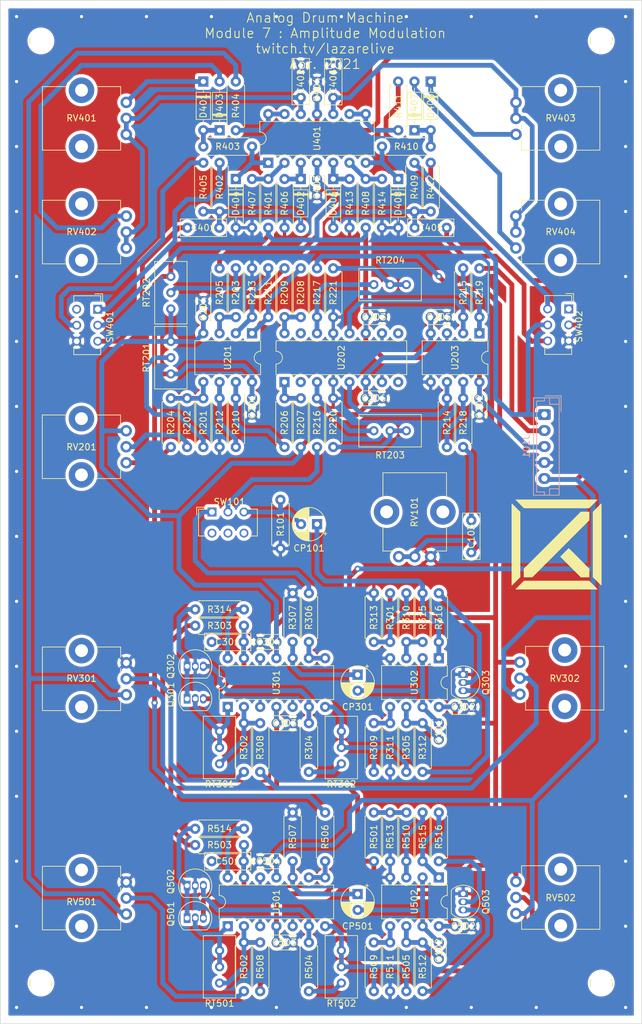
<source format=kicad_pcb>
(kicad_pcb (version 20171130) (host pcbnew "(5.1.5)-3")
  (layers (0 F.Cu signal) (31 B.Cu signal) (34 B.Paste user hide) (35 F.Paste user hide) (36 B.SilkS user hide) (37 F.SilkS user) (38 B.Mask user hide) (39 F.Mask user hide) (44 Edge.Cuts user))
  (net 0 "")
  (net 1 /VCO_A/CONDO_2)
  (net 2 /VCO_A/CONDO_1)
  (net 3 /VCO_B/CONDO_2)
  (net 4 /VCO_B/CONDO_1)
  (net 5 GNDA)
  (net 6 +12V)
  (net 7 -12V)
  (net 8 "Net-(C301-Pad2)")
  (net 9 "Net-(C401-Pad2)")
  (net 10 "Net-(C401-Pad1)")
  (net 11 "Net-(C402-Pad1)")
  (net 12 "Net-(C405-Pad2)")
  (net 13 "Net-(C405-Pad1)")
  (net 14 "Net-(C406-Pad1)")
  (net 15 "Net-(C501-Pad2)")
  (net 16 "Net-(CP301-Pad1)")
  (net 17 "Net-(CP501-Pad1)")
  (net 18 "Net-(D401-Pad2)")
  (net 19 "Net-(D401-Pad1)")
  (net 20 "Net-(D402-Pad1)")
  (net 21 "Net-(D403-Pad2)")
  (net 22 "Net-(D404-Pad1)")
  (net 23 "Net-(D405-Pad2)")
  (net 24 "Net-(D405-Pad1)")
  (net 25 "Net-(D406-Pad1)")
  (net 26 "Net-(D407-Pad2)")
  (net 27 "Net-(D408-Pad1)")
  (net 28 /VCA/VCAB_OUT)
  (net 29 /EG/TRIGGER_IN)
  (net 30 "Net-(Q301-Pad1)")
  (net 31 "Net-(Q301-Pad2)")
  (net 32 "Net-(Q302-Pad3)")
  (net 33 "Net-(Q303-Pad3)")
  (net 34 "Net-(Q303-Pad2)")
  (net 35 "Net-(Q501-Pad1)")
  (net 36 "Net-(Q501-Pad2)")
  (net 37 "Net-(Q502-Pad3)")
  (net 38 "Net-(Q503-Pad3)")
  (net 39 "Net-(Q503-Pad2)")
  (net 40 "Net-(R201-Pad2)")
  (net 41 "Net-(R201-Pad1)")
  (net 42 "Net-(R202-Pad2)")
  (net 43 "Net-(R203-Pad2)")
  (net 44 "Net-(R203-Pad1)")
  (net 45 /VCA/MODA_IN)
  (net 46 /EG/EGB_OUT)
  (net 47 "Net-(R206-Pad2)")
  (net 48 "Net-(R206-Pad1)")
  (net 49 "Net-(R208-Pad2)")
  (net 50 "Net-(R208-Pad1)")
  (net 51 "Net-(R210-Pad2)")
  (net 52 "Net-(R211-Pad2)")
  (net 53 "Net-(R214-Pad2)")
  (net 54 "Net-(R214-Pad1)")
  (net 55 "Net-(R215-Pad2)")
  (net 56 "Net-(R215-Pad1)")
  (net 57 /VCA/SIGA_IN)
  (net 58 "Net-(R216-Pad1)")
  (net 59 /VCA/SIGB_IN)
  (net 60 "Net-(R217-Pad1)")
  (net 61 "Net-(R220-Pad1)")
  (net 62 "Net-(R221-Pad1)")
  (net 63 "Net-(R301-Pad2)")
  (net 64 "Net-(R302-Pad2)")
  (net 65 "Net-(R302-Pad1)")
  (net 66 "Net-(R304-Pad1)")
  (net 67 "Net-(R305-Pad2)")
  (net 68 "Net-(R306-Pad2)")
  (net 69 "Net-(R308-Pad2)")
  (net 70 "Net-(R309-Pad1)")
  (net 71 "Net-(R310-Pad1)")
  (net 72 /VCO_A/SQUARE_OUT)
  (net 73 "Net-(R401-Pad2)")
  (net 74 "Net-(R402-Pad2)")
  (net 75 /EG/EGA_OUT)
  (net 76 "Net-(R404-Pad1)")
  (net 77 "Net-(R405-Pad2)")
  (net 78 "Net-(R408-Pad2)")
  (net 79 "Net-(R409-Pad2)")
  (net 80 "Net-(R411-Pad1)")
  (net 81 "Net-(R412-Pad2)")
  (net 82 "Net-(R501-Pad2)")
  (net 83 "Net-(R502-Pad2)")
  (net 84 "Net-(R502-Pad1)")
  (net 85 "Net-(R504-Pad1)")
  (net 86 "Net-(R505-Pad2)")
  (net 87 "Net-(R506-Pad2)")
  (net 88 "Net-(R508-Pad2)")
  (net 89 "Net-(R509-Pad1)")
  (net 90 "Net-(R510-Pad1)")
  (net 91 /VCO_B/SQUARE_OUT)
  (net 92 "Net-(C301-Pad1)")
  (net 93 "Net-(C501-Pad1)")
  (net 94 /VCA/VCAA_OUT)
  (net 95 /VCO_A/TRIANGLE_OUT)
  (net 96 "Net-(CP101-Pad2)")
  (module Lazare_Aesthetics:Lazare_Logo (layer F.Cu) (at 155.575 102.87)
    (fp_text reference REF** hide)
    (fp_text value Lazare_Logo)
  )
  (module Connector_JST:JST_EH_B5B-EH-A_1x05_P2.50mm_Vertical (layer B.Cu) (at 153.67 82.55 270)
    (fp_text reference J101 (at 5 2.8 270) (layer B.SilkS) (effects (justify mirror)))
    (fp_text value Conn_01x05_Male)
    (pad 5 thru_hole oval (at 10 0 270) (size 1.7 1.95) (drill 0.95) (layers *.Cu *.Mask) (net 7 -12V))
    (pad 4 thru_hole oval (at 7.5 0 270) (size 1.7 1.95) (drill 0.95) (layers *.Cu *.Mask) (net 5 GNDA))
    (pad 3 thru_hole oval (at 5 0 270) (size 1.7 1.95) (drill 0.95) (layers *.Cu *.Mask) (net 6 +12V))
    (pad 2 thru_hole oval (at 2.5 0 270) (size 1.7 1.95) (drill 0.95) (layers *.Cu *.Mask) (net 28 /VCA/VCAB_OUT))
    (pad 1 thru_hole roundrect (at 0 0 270) (size 1.7 1.95) (drill 0.95) (layers *.Cu *.Mask) (roundrect_rratio 0.147059) (net 29 /EG/TRIGGER_IN))
  )
  (module Potentiometer_THT:Potentiometer_Bourns_PTV09A-1_Single_Vertical (layer F.Cu) (at 149.225 160.57)
    (fp_text reference RV502 (at 6.985 -2.455) (layer F.SilkS))
    (fp_text value 100k)
    (pad "" np_thru_hole circle (at 7 1.9) (size 4 4) (drill 2) (layers *.Cu *.Mask))
    (pad "" np_thru_hole circle (at 7 -6.9) (size 4 4) (drill 2) (layers *.Cu *.Mask))
    (pad 1 thru_hole circle (at 0 0) (size 1.8 1.8) (drill 1) (layers *.Cu *.Mask) (net 7 -12V))
    (pad 2 thru_hole circle (at 0 -2.5) (size 1.8 1.8) (drill 1) (layers *.Cu *.Mask) (net 88 "Net-(R508-Pad2)"))
    (pad 3 thru_hole circle (at 0 -5) (size 1.8 1.8) (drill 1) (layers *.Cu *.Mask) (net 6 +12V))
  )
  (module Potentiometer_THT:Potentiometer_Bourns_PTV09A-1_Single_Vertical (layer F.Cu) (at 88.28 155.66 180)
    (fp_text reference RV501 (at 7 -3.09) (layer F.SilkS))
    (fp_text value 100k)
    (pad "" np_thru_hole circle (at 7 1.9 180) (size 4 4) (drill 2) (layers *.Cu *.Mask))
    (pad "" np_thru_hole circle (at 7 -6.9 180) (size 4 4) (drill 2) (layers *.Cu *.Mask))
    (pad 1 thru_hole circle (at 0 0 180) (size 1.8 1.8) (drill 1) (layers *.Cu *.Mask) (net 5 GNDA))
    (pad 2 thru_hole circle (at 0 -2.5 180) (size 1.8 1.8) (drill 1) (layers *.Cu *.Mask) (net 83 "Net-(R502-Pad2)"))
    (pad 3 thru_hole circle (at 0 -5 180) (size 1.8 1.8) (drill 1) (layers *.Cu *.Mask) (net 75 /EG/EGA_OUT))
  )
  (module Potentiometer_THT:Potentiometer_Bourns_PTV09A-1_Single_Vertical (layer F.Cu) (at 149.21 56.515)
    (fp_text reference RV404 (at 7 -2.54) (layer F.SilkS))
    (fp_text value 1M)
    (pad "" np_thru_hole circle (at 7 1.9) (size 4 4) (drill 2) (layers *.Cu *.Mask))
    (pad "" np_thru_hole circle (at 7 -6.9) (size 4 4) (drill 2) (layers *.Cu *.Mask))
    (pad 1 thru_hole circle (at 0 0) (size 1.8 1.8) (drill 1) (layers *.Cu *.Mask) (net 26 "Net-(D407-Pad2)"))
    (pad 2 thru_hole circle (at 0 -2.5) (size 1.8 1.8) (drill 1) (layers *.Cu *.Mask) (net 14 "Net-(C406-Pad1)"))
    (pad 3 thru_hole circle (at 0 -5) (size 1.8 1.8) (drill 1) (layers *.Cu *.Mask) (net 14 "Net-(C406-Pad1)"))
  )
  (module Potentiometer_THT:Potentiometer_Bourns_PTV09A-1_Single_Vertical (layer F.Cu) (at 149.225 38.74)
    (fp_text reference RV403 (at 6.985 -2.545) (layer F.SilkS))
    (fp_text value 1M)
    (pad "" np_thru_hole circle (at 7 1.9) (size 4 4) (drill 2) (layers *.Cu *.Mask))
    (pad "" np_thru_hole circle (at 7 -6.9) (size 4 4) (drill 2) (layers *.Cu *.Mask))
    (pad 1 thru_hole circle (at 0 0) (size 1.8 1.8) (drill 1) (layers *.Cu *.Mask) (net 24 "Net-(D405-Pad1)"))
    (pad 2 thru_hole circle (at 0 -2.5) (size 1.8 1.8) (drill 1) (layers *.Cu *.Mask) (net 14 "Net-(C406-Pad1)"))
    (pad 3 thru_hole circle (at 0 -5) (size 1.8 1.8) (drill 1) (layers *.Cu *.Mask) (net 14 "Net-(C406-Pad1)"))
  )
  (module Potentiometer_THT:Potentiometer_Bourns_PTV09A-1_Single_Vertical (layer F.Cu) (at 88.28 51.52 180)
    (fp_text reference RV402 (at 7 -2.455) (layer F.SilkS))
    (fp_text value 1M)
    (pad "" np_thru_hole circle (at 7 1.9 180) (size 4 4) (drill 2) (layers *.Cu *.Mask))
    (pad "" np_thru_hole circle (at 7 -6.9 180) (size 4 4) (drill 2) (layers *.Cu *.Mask))
    (pad 1 thru_hole circle (at 0 0 180) (size 1.8 1.8) (drill 1) (layers *.Cu *.Mask) (net 21 "Net-(D403-Pad2)"))
    (pad 2 thru_hole circle (at 0 -2.5 180) (size 1.8 1.8) (drill 1) (layers *.Cu *.Mask) (net 11 "Net-(C402-Pad1)"))
    (pad 3 thru_hole circle (at 0 -5 180) (size 1.8 1.8) (drill 1) (layers *.Cu *.Mask) (net 11 "Net-(C402-Pad1)"))
  )
  (module Potentiometer_THT:Potentiometer_Bourns_PTV09A-1_Single_Vertical (layer F.Cu) (at 88.28 33.74 180)
    (fp_text reference RV401 (at 7 -2.455) (layer F.SilkS))
    (fp_text value 1M)
    (pad "" np_thru_hole circle (at 7 1.9 180) (size 4 4) (drill 2) (layers *.Cu *.Mask))
    (pad "" np_thru_hole circle (at 7 -6.9 180) (size 4 4) (drill 2) (layers *.Cu *.Mask))
    (pad 1 thru_hole circle (at 0 0 180) (size 1.8 1.8) (drill 1) (layers *.Cu *.Mask) (net 19 "Net-(D401-Pad1)"))
    (pad 2 thru_hole circle (at 0 -2.5 180) (size 1.8 1.8) (drill 1) (layers *.Cu *.Mask) (net 11 "Net-(C402-Pad1)"))
    (pad 3 thru_hole circle (at 0 -5 180) (size 1.8 1.8) (drill 1) (layers *.Cu *.Mask) (net 11 "Net-(C402-Pad1)"))
  )
  (module Potentiometer_THT:Potentiometer_Bourns_PTV09A-1_Single_Vertical (layer F.Cu) (at 149.845 126.28)
    (fp_text reference RV302 (at 7 -2.455) (layer F.SilkS))
    (fp_text value 100k)
    (pad "" np_thru_hole circle (at 7 1.9) (size 4 4) (drill 2) (layers *.Cu *.Mask))
    (pad "" np_thru_hole circle (at 7 -6.9) (size 4 4) (drill 2) (layers *.Cu *.Mask))
    (pad 1 thru_hole circle (at 0 0) (size 1.8 1.8) (drill 1) (layers *.Cu *.Mask) (net 7 -12V))
    (pad 2 thru_hole circle (at 0 -2.5) (size 1.8 1.8) (drill 1) (layers *.Cu *.Mask) (net 69 "Net-(R308-Pad2)"))
    (pad 3 thru_hole circle (at 0 -5) (size 1.8 1.8) (drill 1) (layers *.Cu *.Mask) (net 6 +12V))
  )
  (module Potentiometer_THT:Potentiometer_Bourns_PTV09A-1_Single_Vertical (layer F.Cu) (at 88.28 121.37 180)
    (fp_text reference RV301 (at 7 -2.455) (layer F.SilkS))
    (fp_text value 100k)
    (pad "" np_thru_hole circle (at 7 1.9 180) (size 4 4) (drill 2) (layers *.Cu *.Mask))
    (pad "" np_thru_hole circle (at 7 -6.9 180) (size 4 4) (drill 2) (layers *.Cu *.Mask))
    (pad 1 thru_hole circle (at 0 0 180) (size 1.8 1.8) (drill 1) (layers *.Cu *.Mask) (net 5 GNDA))
    (pad 2 thru_hole circle (at 0 -2.5 180) (size 1.8 1.8) (drill 1) (layers *.Cu *.Mask) (net 64 "Net-(R302-Pad2)"))
    (pad 3 thru_hole circle (at 0 -5 180) (size 1.8 1.8) (drill 1) (layers *.Cu *.Mask) (net 75 /EG/EGA_OUT))
  )
  (module Potentiometer_THT:Potentiometer_Bourns_PTV09A-1_Single_Vertical (layer F.Cu) (at 88.265 85.09 180)
    (fp_text reference RV201 (at 6.985 -2.54) (layer F.SilkS))
    (fp_text value 100k)
    (pad "" np_thru_hole circle (at 7 1.9 180) (size 4 4) (drill 2) (layers *.Cu *.Mask))
    (pad "" np_thru_hole circle (at 7 -6.9 180) (size 4 4) (drill 2) (layers *.Cu *.Mask))
    (pad 1 thru_hole circle (at 0 0 180) (size 1.8 1.8) (drill 1) (layers *.Cu *.Mask) (net 7 -12V))
    (pad 2 thru_hole circle (at 0 -2.5 180) (size 1.8 1.8) (drill 1) (layers *.Cu *.Mask) (net 42 "Net-(R202-Pad2)"))
    (pad 3 thru_hole circle (at 0 -5 180) (size 1.8 1.8) (drill 1) (layers *.Cu *.Mask) (net 6 +12V))
  )
  (module Potentiometer_THT:Potentiometer_Bourns_PTV09A-1_Single_Vertical (layer F.Cu) (at 135.89 104.775 90)
    (fp_text reference RV101 (at 6.985 -2.54 90) (layer F.SilkS))
    (fp_text value 100k)
    (pad "" np_thru_hole circle (at 7 1.9 90) (size 4 4) (drill 2) (layers *.Cu *.Mask))
    (pad "" np_thru_hole circle (at 7 -6.9 90) (size 4 4) (drill 2) (layers *.Cu *.Mask))
    (pad 1 thru_hole circle (at 0 0 90) (size 1.8 1.8) (drill 1) (layers *.Cu *.Mask) (net 5 GNDA))
    (pad 2 thru_hole circle (at 0 -2.5 90) (size 1.8 1.8) (drill 1) (layers *.Cu *.Mask) (net 59 /VCA/SIGB_IN))
    (pad 3 thru_hole circle (at 0 -5 90) (size 1.8 1.8) (drill 1) (layers *.Cu *.Mask) (net 59 /VCA/SIGB_IN))
  )
  (module Capacitor_THT:C_Rect_L7.0mm_W2.5mm_P5.00mm (layer F.Cu) (at 106.64 152.4 180)
    (fp_text reference C501 (at 2.5 0) (layer F.SilkS))
    (fp_text value 1n)
    (pad 2 thru_hole circle (at 5 0 180) (size 1.6 1.6) (drill 0.8) (layers *.Cu *.Mask) (net 15 "Net-(C501-Pad2)"))
    (pad 1 thru_hole circle (at 0 0 180) (size 1.6 1.6) (drill 0.8) (layers *.Cu *.Mask) (net 93 "Net-(C501-Pad1)"))
  )
  (module Capacitor_THT:C_Rect_L7.0mm_W2.5mm_P5.00mm (layer F.Cu) (at 120.65 33.02 90)
    (fp_text reference C406 (at 2.54 0 90) (layer F.SilkS))
    (fp_text value 1µ)
    (pad 2 thru_hole circle (at 5 0 90) (size 1.6 1.6) (drill 0.8) (layers *.Cu *.Mask) (net 5 GNDA))
    (pad 1 thru_hole circle (at 0 0 90) (size 1.6 1.6) (drill 0.8) (layers *.Cu *.Mask) (net 14 "Net-(C406-Pad1)"))
  )
  (module Capacitor_THT:C_Rect_L7.0mm_W2.5mm_P5.00mm (layer F.Cu) (at 133.39 53.34)
    (fp_text reference C405 (at 2.5 0) (layer F.SilkS))
    (fp_text value 100n)
    (pad 2 thru_hole circle (at 5 0) (size 1.6 1.6) (drill 0.8) (layers *.Cu *.Mask) (net 12 "Net-(C405-Pad2)"))
    (pad 1 thru_hole circle (at 0 0) (size 1.6 1.6) (drill 0.8) (layers *.Cu *.Mask) (net 13 "Net-(C405-Pad1)"))
  )
  (module Capacitor_THT:C_Rect_L7.0mm_W2.5mm_P5.00mm (layer F.Cu) (at 115.57 32.98 90)
    (fp_text reference C402 (at 2.5 0 90) (layer F.SilkS))
    (fp_text value 1µ)
    (pad 2 thru_hole circle (at 5 0 90) (size 1.6 1.6) (drill 0.8) (layers *.Cu *.Mask) (net 5 GNDA))
    (pad 1 thru_hole circle (at 0 0 90) (size 1.6 1.6) (drill 0.8) (layers *.Cu *.Mask) (net 11 "Net-(C402-Pad1)"))
  )
  (module Capacitor_THT:C_Rect_L7.0mm_W2.5mm_P5.00mm (layer F.Cu) (at 102.83 53.34 180)
    (fp_text reference C401 (at 2.5 0) (layer F.SilkS))
    (fp_text value 100n)
    (pad 2 thru_hole circle (at 5 0 180) (size 1.6 1.6) (drill 0.8) (layers *.Cu *.Mask) (net 9 "Net-(C401-Pad2)"))
    (pad 1 thru_hole circle (at 0 0 180) (size 1.6 1.6) (drill 0.8) (layers *.Cu *.Mask) (net 10 "Net-(C401-Pad1)"))
  )
  (module Capacitor_THT:C_Rect_L7.0mm_W2.5mm_P5.00mm (layer F.Cu) (at 106.64 118.11 180)
    (fp_text reference C301 (at 2.5 0) (layer F.SilkS))
    (fp_text value 1n)
    (pad 2 thru_hole circle (at 5 0 180) (size 1.6 1.6) (drill 0.8) (layers *.Cu *.Mask) (net 8 "Net-(C301-Pad2)"))
    (pad 1 thru_hole circle (at 0 0 180) (size 1.6 1.6) (drill 0.8) (layers *.Cu *.Mask) (net 92 "Net-(C301-Pad1)"))
  )
  (module Capacitor_THT:C_Rect_L7.0mm_W2.5mm_P5.00mm (layer F.Cu) (at 142.24 104.1 90)
    (fp_text reference C103 (at 2.5 0 90) (layer F.SilkS))
    (fp_text value 100n)
    (pad 2 thru_hole circle (at 5 0 90) (size 1.6 1.6) (drill 0.8) (layers *.Cu *.Mask) (net 94 /VCA/VCAA_OUT))
    (pad 1 thru_hole circle (at 0 0 90) (size 1.6 1.6) (drill 0.8) (layers *.Cu *.Mask) (net 59 /VCA/SIGB_IN))
  )
  (module Capacitor_THT:CP_Radial_D5.0mm_P2.50mm (layer F.Cu) (at 118.11 99.695 180)
    (fp_text reference CP101 (at 1.25 -3.75) (layer F.SilkS))
    (fp_text value 47µ)
    (pad 2 thru_hole circle (at 2.5 0 180) (size 1.6 1.6) (drill 0.8) (layers *.Cu *.Mask) (net 96 "Net-(CP101-Pad2)"))
    (pad 1 thru_hole rect (at 0 0 180) (size 1.6 1.6) (drill 0.8) (layers *.Cu *.Mask) (net 72 /VCO_A/SQUARE_OUT))
  )
  (module Potentiometer_THT:Potentiometer_Bourns_3296W_Vertical (layer F.Cu) (at 95.25 76.2 270)
    (fp_text reference RT201 (at -2.54 3.81 90) (layer F.SilkS))
    (fp_text value 100k)
    (pad 3 thru_hole circle (at -5.08 0 270) (size 1.44 1.44) (drill 0.8) (layers *.Cu *.Mask) (net 7 -12V))
    (pad 2 thru_hole circle (at -2.54 0 270) (size 1.44 1.44) (drill 0.8) (layers *.Cu *.Mask) (net 40 "Net-(R201-Pad2)"))
    (pad 1 thru_hole circle (at 0 0 270) (size 1.44 1.44) (drill 0.8) (layers *.Cu *.Mask) (net 6 +12V))
  )
  (module Button_Switch_THT:SW_CuK_JS202011CQN_DPDT_Straight (layer F.Cu) (at 101.68 97.79)
    (fp_text reference SW101 (at 2.75 -1.6) (layer F.SilkS))
    (fp_text value SW_SPDT)
    (pad 6 thru_hole circle (at 5 3.3) (size 1.4 1.4) (drill 0.9) (layers *.Cu *.Mask))
    (pad 5 thru_hole circle (at 2.5 3.3) (size 1.4 1.4) (drill 0.9) (layers *.Cu *.Mask))
    (pad 4 thru_hole circle (at 0 3.3) (size 1.4 1.4) (drill 0.9) (layers *.Cu *.Mask))
    (pad 3 thru_hole circle (at 5 0) (size 1.4 1.4) (drill 0.9) (layers *.Cu *.Mask) (net 96 "Net-(CP101-Pad2)"))
    (pad 2 thru_hole circle (at 2.5 0) (size 1.4 1.4) (drill 0.9) (layers *.Cu *.Mask) (net 57 /VCA/SIGA_IN))
    (pad 1 thru_hole rect (at 0 0) (size 1.4 1.4) (drill 0.9) (layers *.Cu *.Mask) (net 95 /VCO_A/TRIANGLE_OUT))
  )
  (module Resistor_THT:R_Axial_DIN0207_L6.3mm_D2.5mm_P7.62mm_Horizontal (layer F.Cu) (at 112.395 95.885 270)
    (fp_text reference R101 (at 3.81 0 90) (layer F.SilkS))
    (fp_text value 100k)
    (pad 2 thru_hole oval (at 7.62 0 270) (size 1.6 1.6) (drill 0.8) (layers *.Cu *.Mask) (net 5 GNDA))
    (pad 1 thru_hole circle (at 0 0 270) (size 1.6 1.6) (drill 0.8) (layers *.Cu *.Mask) (net 96 "Net-(CP101-Pad2)"))
  )
  (module MountingHole:MountingHole_3.2mm_M3 (layer F.Cu) (at 74.93 171.45)
    (fp_text reference H104 (at 0 0) (layer F.SilkS))
    (fp_text value MountingHole)
    (pad 1 np_thru_hole circle (at 0 0) (size 3.2 3.2) (drill 3.2) (layers *.Cu *.Mask))
  )
  (module MountingHole:MountingHole_3.2mm_M3 (layer F.Cu) (at 162.56 171.45)
    (fp_text reference H103 (at 0 0) (layer F.SilkS))
    (fp_text value MountingHole)
    (pad 1 np_thru_hole circle (at 0 0) (size 3.2 3.2) (drill 3.2) (layers *.Cu *.Mask))
  )
  (module MountingHole:MountingHole_3.2mm_M3 (layer F.Cu) (at 162.56 24.13)
    (fp_text reference H102 (at 0 0) (layer F.SilkS))
    (fp_text value MountingHole)
    (pad 1 np_thru_hole circle (at 0 0) (size 3.2 3.2) (drill 3.2) (layers *.Cu *.Mask))
  )
  (module MountingHole:MountingHole_3.2mm_M3 (layer F.Cu) (at 74.93 24.13)
    (fp_text reference H101 (at 0 0) (layer F.SilkS))
    (fp_text value MountingHole)
    (pad 1 np_thru_hole circle (at 0 0) (size 3.2 3.2) (drill 3.2) (layers *.Cu *.Mask))
  )
  (module Package_DIP:DIP-8_W7.62mm (layer F.Cu) (at 137.16 154.94 270)
    (fp_text reference U502 (at 3.81 3.81 90) (layer F.SilkS))
    (fp_text value LM358)
    (pad 8 thru_hole oval (at 7.62 0 270) (size 1.6 1.6) (drill 0.8) (layers *.Cu *.Mask) (net 6 +12V))
    (pad 4 thru_hole oval (at 0 7.62 270) (size 1.6 1.6) (drill 0.8) (layers *.Cu *.Mask) (net 5 GNDA))
    (pad 7 thru_hole oval (at 7.62 2.54 270) (size 1.6 1.6) (drill 0.8) (layers *.Cu *.Mask) (net 3 /VCO_B/CONDO_2))
    (pad 3 thru_hole oval (at 0 5.08 270) (size 1.6 1.6) (drill 0.8) (layers *.Cu *.Mask) (net 90 "Net-(R510-Pad1)"))
    (pad 6 thru_hole oval (at 7.62 5.08 270) (size 1.6 1.6) (drill 0.8) (layers *.Cu *.Mask) (net 4 /VCO_B/CONDO_1))
    (pad 2 thru_hole oval (at 0 2.54 270) (size 1.6 1.6) (drill 0.8) (layers *.Cu *.Mask) (net 3 /VCO_B/CONDO_2))
    (pad 5 thru_hole oval (at 7.62 7.62 270) (size 1.6 1.6) (drill 0.8) (layers *.Cu *.Mask) (net 89 "Net-(R509-Pad1)"))
    (pad 1 thru_hole rect (at 0 0 270) (size 1.6 1.6) (drill 0.8) (layers *.Cu *.Mask) (net 91 /VCO_B/SQUARE_OUT))
  )
  (module Package_DIP:DIP-14_W7.62mm (layer F.Cu) (at 104.14 162.56 90)
    (fp_text reference U501 (at 3.81 7.62 90) (layer F.SilkS))
    (fp_text value TL074)
    (pad 14 thru_hole oval (at 7.62 0 90) (size 1.6 1.6) (drill 0.8) (layers *.Cu *.Mask) (net 15 "Net-(C501-Pad2)"))
    (pad 7 thru_hole oval (at 0 15.24 90) (size 1.6 1.6) (drill 0.8) (layers *.Cu *.Mask) (net 86 "Net-(R505-Pad2)"))
    (pad 13 thru_hole oval (at 7.62 2.54 90) (size 1.6 1.6) (drill 0.8) (layers *.Cu *.Mask) (net 93 "Net-(C501-Pad1)"))
    (pad 6 thru_hole oval (at 0 12.7 90) (size 1.6 1.6) (drill 0.8) (layers *.Cu *.Mask) (net 37 "Net-(Q502-Pad3)"))
    (pad 12 thru_hole oval (at 7.62 5.08 90) (size 1.6 1.6) (drill 0.8) (layers *.Cu *.Mask) (net 5 GNDA))
    (pad 5 thru_hole oval (at 0 10.16 90) (size 1.6 1.6) (drill 0.8) (layers *.Cu *.Mask) (net 5 GNDA))
    (pad 11 thru_hole oval (at 7.62 7.62 90) (size 1.6 1.6) (drill 0.8) (layers *.Cu *.Mask) (net 7 -12V))
    (pad 4 thru_hole oval (at 0 7.62 90) (size 1.6 1.6) (drill 0.8) (layers *.Cu *.Mask) (net 6 +12V))
    (pad 10 thru_hole oval (at 7.62 10.16 90) (size 1.6 1.6) (drill 0.8) (layers *.Cu *.Mask) (net 17 "Net-(CP501-Pad1)"))
    (pad 3 thru_hole oval (at 0 5.08 90) (size 1.6 1.6) (drill 0.8) (layers *.Cu *.Mask) (net 5 GNDA))
    (pad 9 thru_hole oval (at 7.62 12.7 90) (size 1.6 1.6) (drill 0.8) (layers *.Cu *.Mask) (net 87 "Net-(R506-Pad2)"))
    (pad 2 thru_hole oval (at 0 2.54 90) (size 1.6 1.6) (drill 0.8) (layers *.Cu *.Mask) (net 84 "Net-(R502-Pad1)"))
    (pad 8 thru_hole oval (at 7.62 15.24 90) (size 1.6 1.6) (drill 0.8) (layers *.Cu *.Mask) (net 87 "Net-(R506-Pad2)"))
    (pad 1 thru_hole rect (at 0 0 90) (size 1.6 1.6) (drill 0.8) (layers *.Cu *.Mask) (net 36 "Net-(Q501-Pad2)"))
  )
  (module Package_DIP:DIP-14_W7.62mm (layer F.Cu) (at 110.49 43.18 90)
    (fp_text reference U401 (at 3.81 7.62 90) (layer F.SilkS))
    (fp_text value TL074)
    (pad 14 thru_hole oval (at 7.62 0 90) (size 1.6 1.6) (drill 0.8) (layers *.Cu *.Mask) (net 76 "Net-(R404-Pad1)"))
    (pad 7 thru_hole oval (at 0 15.24 90) (size 1.6 1.6) (drill 0.8) (layers *.Cu *.Mask) (net 27 "Net-(D408-Pad1)"))
    (pad 13 thru_hole oval (at 7.62 2.54 90) (size 1.6 1.6) (drill 0.8) (layers *.Cu *.Mask) (net 76 "Net-(R404-Pad1)"))
    (pad 6 thru_hole oval (at 0 12.7 90) (size 1.6 1.6) (drill 0.8) (layers *.Cu *.Mask) (net 78 "Net-(R408-Pad2)"))
    (pad 12 thru_hole oval (at 7.62 5.08 90) (size 1.6 1.6) (drill 0.8) (layers *.Cu *.Mask) (net 11 "Net-(C402-Pad1)"))
    (pad 5 thru_hole oval (at 0 10.16 90) (size 1.6 1.6) (drill 0.8) (layers *.Cu *.Mask) (net 25 "Net-(D406-Pad1)"))
    (pad 11 thru_hole oval (at 7.62 7.62 90) (size 1.6 1.6) (drill 0.8) (layers *.Cu *.Mask) (net 7 -12V))
    (pad 4 thru_hole oval (at 0 7.62 90) (size 1.6 1.6) (drill 0.8) (layers *.Cu *.Mask) (net 6 +12V))
    (pad 10 thru_hole oval (at 7.62 10.16 90) (size 1.6 1.6) (drill 0.8) (layers *.Cu *.Mask) (net 14 "Net-(C406-Pad1)"))
    (pad 3 thru_hole oval (at 0 5.08 90) (size 1.6 1.6) (drill 0.8) (layers *.Cu *.Mask) (net 20 "Net-(D402-Pad1)"))
    (pad 9 thru_hole oval (at 7.62 12.7 90) (size 1.6 1.6) (drill 0.8) (layers *.Cu *.Mask) (net 80 "Net-(R411-Pad1)"))
    (pad 2 thru_hole oval (at 0 2.54 90) (size 1.6 1.6) (drill 0.8) (layers *.Cu *.Mask) (net 73 "Net-(R401-Pad2)"))
    (pad 8 thru_hole oval (at 7.62 15.24 90) (size 1.6 1.6) (drill 0.8) (layers *.Cu *.Mask) (net 80 "Net-(R411-Pad1)"))
    (pad 1 thru_hole rect (at 0 0 90) (size 1.6 1.6) (drill 0.8) (layers *.Cu *.Mask) (net 22 "Net-(D404-Pad1)"))
  )
  (module Package_DIP:DIP-8_W7.62mm (layer F.Cu) (at 137.16 120.65 270)
    (fp_text reference U302 (at 3.81 3.81 90) (layer F.SilkS))
    (fp_text value LM358)
    (pad 8 thru_hole oval (at 7.62 0 270) (size 1.6 1.6) (drill 0.8) (layers *.Cu *.Mask) (net 6 +12V))
    (pad 4 thru_hole oval (at 0 7.62 270) (size 1.6 1.6) (drill 0.8) (layers *.Cu *.Mask) (net 5 GNDA))
    (pad 7 thru_hole oval (at 7.62 2.54 270) (size 1.6 1.6) (drill 0.8) (layers *.Cu *.Mask) (net 1 /VCO_A/CONDO_2))
    (pad 3 thru_hole oval (at 0 5.08 270) (size 1.6 1.6) (drill 0.8) (layers *.Cu *.Mask) (net 71 "Net-(R310-Pad1)"))
    (pad 6 thru_hole oval (at 7.62 5.08 270) (size 1.6 1.6) (drill 0.8) (layers *.Cu *.Mask) (net 2 /VCO_A/CONDO_1))
    (pad 2 thru_hole oval (at 0 2.54 270) (size 1.6 1.6) (drill 0.8) (layers *.Cu *.Mask) (net 1 /VCO_A/CONDO_2))
    (pad 5 thru_hole oval (at 7.62 7.62 270) (size 1.6 1.6) (drill 0.8) (layers *.Cu *.Mask) (net 70 "Net-(R309-Pad1)"))
    (pad 1 thru_hole rect (at 0 0 270) (size 1.6 1.6) (drill 0.8) (layers *.Cu *.Mask) (net 72 /VCO_A/SQUARE_OUT))
  )
  (module Package_DIP:DIP-14_W7.62mm (layer F.Cu) (at 104.14 128.27 90)
    (fp_text reference U301 (at 3.81 7.62 90) (layer F.SilkS))
    (fp_text value TL074)
    (pad 14 thru_hole oval (at 7.62 0 90) (size 1.6 1.6) (drill 0.8) (layers *.Cu *.Mask) (net 8 "Net-(C301-Pad2)"))
    (pad 7 thru_hole oval (at 0 15.24 90) (size 1.6 1.6) (drill 0.8) (layers *.Cu *.Mask) (net 67 "Net-(R305-Pad2)"))
    (pad 13 thru_hole oval (at 7.62 2.54 90) (size 1.6 1.6) (drill 0.8) (layers *.Cu *.Mask) (net 92 "Net-(C301-Pad1)"))
    (pad 6 thru_hole oval (at 0 12.7 90) (size 1.6 1.6) (drill 0.8) (layers *.Cu *.Mask) (net 32 "Net-(Q302-Pad3)"))
    (pad 12 thru_hole oval (at 7.62 5.08 90) (size 1.6 1.6) (drill 0.8) (layers *.Cu *.Mask) (net 5 GNDA))
    (pad 5 thru_hole oval (at 0 10.16 90) (size 1.6 1.6) (drill 0.8) (layers *.Cu *.Mask) (net 5 GNDA))
    (pad 11 thru_hole oval (at 7.62 7.62 90) (size 1.6 1.6) (drill 0.8) (layers *.Cu *.Mask) (net 7 -12V))
    (pad 4 thru_hole oval (at 0 7.62 90) (size 1.6 1.6) (drill 0.8) (layers *.Cu *.Mask) (net 6 +12V))
    (pad 10 thru_hole oval (at 7.62 10.16 90) (size 1.6 1.6) (drill 0.8) (layers *.Cu *.Mask) (net 16 "Net-(CP301-Pad1)"))
    (pad 3 thru_hole oval (at 0 5.08 90) (size 1.6 1.6) (drill 0.8) (layers *.Cu *.Mask) (net 5 GNDA))
    (pad 9 thru_hole oval (at 7.62 12.7 90) (size 1.6 1.6) (drill 0.8) (layers *.Cu *.Mask) (net 68 "Net-(R306-Pad2)"))
    (pad 2 thru_hole oval (at 0 2.54 90) (size 1.6 1.6) (drill 0.8) (layers *.Cu *.Mask) (net 65 "Net-(R302-Pad1)"))
    (pad 8 thru_hole oval (at 7.62 15.24 90) (size 1.6 1.6) (drill 0.8) (layers *.Cu *.Mask) (net 68 "Net-(R306-Pad2)"))
    (pad 1 thru_hole rect (at 0 0 90) (size 1.6 1.6) (drill 0.8) (layers *.Cu *.Mask) (net 31 "Net-(Q301-Pad2)"))
  )
  (module Package_DIP:DIP-8_W7.62mm (layer F.Cu) (at 143.51 69.85 270)
    (fp_text reference U203 (at 3.81 3.81 90) (layer F.SilkS))
    (fp_text value NE5532)
    (pad 8 thru_hole oval (at 7.62 0 270) (size 1.6 1.6) (drill 0.8) (layers *.Cu *.Mask) (net 6 +12V))
    (pad 4 thru_hole oval (at 0 7.62 270) (size 1.6 1.6) (drill 0.8) (layers *.Cu *.Mask) (net 7 -12V))
    (pad 7 thru_hole oval (at 7.62 2.54 270) (size 1.6 1.6) (drill 0.8) (layers *.Cu *.Mask) (net 54 "Net-(R214-Pad1)"))
    (pad 3 thru_hole oval (at 0 5.08 270) (size 1.6 1.6) (drill 0.8) (layers *.Cu *.Mask) (net 5 GNDA))
    (pad 6 thru_hole oval (at 7.62 5.08 270) (size 1.6 1.6) (drill 0.8) (layers *.Cu *.Mask) (net 53 "Net-(R214-Pad2)"))
    (pad 2 thru_hole oval (at 0 2.54 270) (size 1.6 1.6) (drill 0.8) (layers *.Cu *.Mask) (net 55 "Net-(R215-Pad2)"))
    (pad 5 thru_hole oval (at 7.62 7.62 270) (size 1.6 1.6) (drill 0.8) (layers *.Cu *.Mask) (net 5 GNDA))
    (pad 1 thru_hole rect (at 0 0 270) (size 1.6 1.6) (drill 0.8) (layers *.Cu *.Mask) (net 56 "Net-(R215-Pad1)"))
  )
  (module Package_DIP:DIP-16_W7.62mm (layer F.Cu) (at 113.03 77.47 90)
    (fp_text reference U202 (at 3.81 8.89 90) (layer F.SilkS))
    (fp_text value LM13700)
    (pad 16 thru_hole oval (at 7.62 0 90) (size 1.6 1.6) (drill 0.8) (layers *.Cu *.Mask) (net 50 "Net-(R208-Pad1)"))
    (pad 8 thru_hole oval (at 0 17.78 90) (size 1.6 1.6) (drill 0.8) (layers *.Cu *.Mask))
    (pad 15 thru_hole oval (at 7.62 2.54 90) (size 1.6 1.6) (drill 0.8) (layers *.Cu *.Mask))
    (pad 7 thru_hole oval (at 0 15.24 90) (size 1.6 1.6) (drill 0.8) (layers *.Cu *.Mask) (net 5 GNDA))
    (pad 14 thru_hole oval (at 7.62 5.08 90) (size 1.6 1.6) (drill 0.8) (layers *.Cu *.Mask) (net 60 "Net-(R217-Pad1)"))
    (pad 6 thru_hole oval (at 0 12.7 90) (size 1.6 1.6) (drill 0.8) (layers *.Cu *.Mask) (net 7 -12V))
    (pad 13 thru_hole oval (at 7.62 7.62 90) (size 1.6 1.6) (drill 0.8) (layers *.Cu *.Mask) (net 5 GNDA))
    (pad 5 thru_hole oval (at 0 10.16 90) (size 1.6 1.6) (drill 0.8) (layers *.Cu *.Mask) (net 53 "Net-(R214-Pad2)"))
    (pad 12 thru_hole oval (at 7.62 10.16 90) (size 1.6 1.6) (drill 0.8) (layers *.Cu *.Mask) (net 55 "Net-(R215-Pad2)"))
    (pad 4 thru_hole oval (at 0 7.62 90) (size 1.6 1.6) (drill 0.8) (layers *.Cu *.Mask) (net 5 GNDA))
    (pad 11 thru_hole oval (at 7.62 12.7 90) (size 1.6 1.6) (drill 0.8) (layers *.Cu *.Mask) (net 6 +12V))
    (pad 3 thru_hole oval (at 0 5.08 90) (size 1.6 1.6) (drill 0.8) (layers *.Cu *.Mask) (net 58 "Net-(R216-Pad1)"))
    (pad 10 thru_hole oval (at 7.62 15.24 90) (size 1.6 1.6) (drill 0.8) (layers *.Cu *.Mask) (net 5 GNDA))
    (pad 2 thru_hole oval (at 0 2.54 90) (size 1.6 1.6) (drill 0.8) (layers *.Cu *.Mask))
    (pad 9 thru_hole oval (at 7.62 17.78 90) (size 1.6 1.6) (drill 0.8) (layers *.Cu *.Mask))
    (pad 1 thru_hole rect (at 0 0 90) (size 1.6 1.6) (drill 0.8) (layers *.Cu *.Mask) (net 48 "Net-(R206-Pad1)"))
  )
  (module Package_DIP:DIP-8_W7.62mm (layer F.Cu) (at 107.95 69.85 270)
    (fp_text reference U201 (at 3.81 3.81 90) (layer F.SilkS))
    (fp_text value NE5532)
    (pad 8 thru_hole oval (at 7.62 0 270) (size 1.6 1.6) (drill 0.8) (layers *.Cu *.Mask) (net 6 +12V))
    (pad 4 thru_hole oval (at 0 7.62 270) (size 1.6 1.6) (drill 0.8) (layers *.Cu *.Mask) (net 7 -12V))
    (pad 7 thru_hole oval (at 7.62 2.54 270) (size 1.6 1.6) (drill 0.8) (layers *.Cu *.Mask) (net 47 "Net-(R206-Pad2)"))
    (pad 3 thru_hole oval (at 0 5.08 270) (size 1.6 1.6) (drill 0.8) (layers *.Cu *.Mask) (net 44 "Net-(R203-Pad1)"))
    (pad 6 thru_hole oval (at 7.62 5.08 270) (size 1.6 1.6) (drill 0.8) (layers *.Cu *.Mask) (net 51 "Net-(R210-Pad2)"))
    (pad 2 thru_hole oval (at 0 2.54 270) (size 1.6 1.6) (drill 0.8) (layers *.Cu *.Mask) (net 52 "Net-(R211-Pad2)"))
    (pad 5 thru_hole oval (at 7.62 7.62 270) (size 1.6 1.6) (drill 0.8) (layers *.Cu *.Mask) (net 41 "Net-(R201-Pad1)"))
    (pad 1 thru_hole rect (at 0 0 270) (size 1.6 1.6) (drill 0.8) (layers *.Cu *.Mask) (net 49 "Net-(R208-Pad2)"))
  )
  (module Button_Switch_THT:SW_CuK_JS202011CQN_DPDT_Straight (layer F.Cu) (at 157.48 66.04 270)
    (fp_text reference SW402 (at 2.75 -1.6 90) (layer F.SilkS))
    (fp_text value SW_DPDT_x2)
    (pad 6 thru_hole circle (at 5 3.3 270) (size 1.4 1.4) (drill 0.9) (layers *.Cu *.Mask) (net 12 "Net-(C405-Pad2)"))
    (pad 5 thru_hole circle (at 2.5 3.3 270) (size 1.4 1.4) (drill 0.9) (layers *.Cu *.Mask) (net 29 /EG/TRIGGER_IN))
    (pad 4 thru_hole circle (at 0 3.3 270) (size 1.4 1.4) (drill 0.9) (layers *.Cu *.Mask) (net 79 "Net-(R409-Pad2)"))
    (pad 3 thru_hole circle (at 5 0 270) (size 1.4 1.4) (drill 0.9) (layers *.Cu *.Mask) (net 5 GNDA))
    (pad 2 thru_hole circle (at 2.5 0 270) (size 1.4 1.4) (drill 0.9) (layers *.Cu *.Mask) (net 81 "Net-(R412-Pad2)"))
    (pad 1 thru_hole rect (at 0 0 270) (size 1.4 1.4) (drill 0.9) (layers *.Cu *.Mask))
  )
  (module Button_Switch_THT:SW_CuK_JS202011CQN_DPDT_Straight (layer F.Cu) (at 83.82 66.08 270)
    (fp_text reference SW401 (at 2.75 -1.905 90) (layer F.SilkS))
    (fp_text value SW_DPDT_x2)
    (pad 6 thru_hole circle (at 5 3.3 270) (size 1.4 1.4) (drill 0.9) (layers *.Cu *.Mask) (net 5 GNDA))
    (pad 5 thru_hole circle (at 2.5 3.3 270) (size 1.4 1.4) (drill 0.9) (layers *.Cu *.Mask) (net 77 "Net-(R405-Pad2)"))
    (pad 4 thru_hole circle (at 0 3.3 270) (size 1.4 1.4) (drill 0.9) (layers *.Cu *.Mask))
    (pad 3 thru_hole circle (at 5 0 270) (size 1.4 1.4) (drill 0.9) (layers *.Cu *.Mask) (net 9 "Net-(C401-Pad2)"))
    (pad 2 thru_hole circle (at 2.5 0 270) (size 1.4 1.4) (drill 0.9) (layers *.Cu *.Mask) (net 29 /EG/TRIGGER_IN))
    (pad 1 thru_hole rect (at 0 0 270) (size 1.4 1.4) (drill 0.9) (layers *.Cu *.Mask) (net 74 "Net-(R402-Pad2)"))
  )
  (module Potentiometer_THT:Potentiometer_Bourns_3296W_Vertical (layer F.Cu) (at 121.92 171.45 270)
    (fp_text reference RT502 (at 3.175 0 180) (layer F.SilkS))
    (fp_text value 10k)
    (pad 3 thru_hole circle (at -5.08 0 270) (size 1.44 1.44) (drill 0.8) (layers *.Cu *.Mask) (net 86 "Net-(R505-Pad2)"))
    (pad 2 thru_hole circle (at -2.54 0 270) (size 1.44 1.44) (drill 0.8) (layers *.Cu *.Mask) (net 86 "Net-(R505-Pad2)"))
    (pad 1 thru_hole circle (at 0 0 270) (size 1.44 1.44) (drill 0.8) (layers *.Cu *.Mask) (net 85 "Net-(R504-Pad1)"))
  )
  (module Potentiometer_THT:Potentiometer_Bourns_3296W_Vertical (layer F.Cu) (at 102.87 171.45 270)
    (fp_text reference RT501 (at 3.175 0 180) (layer F.SilkS))
    (fp_text value 10k)
    (pad 3 thru_hole circle (at -5.08 0 270) (size 1.44 1.44) (drill 0.8) (layers *.Cu *.Mask) (net 36 "Net-(Q501-Pad2)"))
    (pad 2 thru_hole circle (at -2.54 0 270) (size 1.44 1.44) (drill 0.8) (layers *.Cu *.Mask) (net 36 "Net-(Q501-Pad2)"))
    (pad 1 thru_hole circle (at 0 0 270) (size 1.44 1.44) (drill 0.8) (layers *.Cu *.Mask) (net 84 "Net-(R502-Pad1)"))
  )
  (module Potentiometer_THT:Potentiometer_Bourns_3296W_Vertical (layer F.Cu) (at 121.92 137.16 270)
    (fp_text reference RT302 (at 3.175 0 180) (layer F.SilkS))
    (fp_text value 10k)
    (pad 3 thru_hole circle (at -5.08 0 270) (size 1.44 1.44) (drill 0.8) (layers *.Cu *.Mask) (net 67 "Net-(R305-Pad2)"))
    (pad 2 thru_hole circle (at -2.54 0 270) (size 1.44 1.44) (drill 0.8) (layers *.Cu *.Mask) (net 67 "Net-(R305-Pad2)"))
    (pad 1 thru_hole circle (at 0 0 270) (size 1.44 1.44) (drill 0.8) (layers *.Cu *.Mask) (net 66 "Net-(R304-Pad1)"))
  )
  (module Potentiometer_THT:Potentiometer_Bourns_3296W_Vertical (layer F.Cu) (at 102.87 137.16 270)
    (fp_text reference RT301 (at 3.175 0 180) (layer F.SilkS))
    (fp_text value 10k)
    (pad 3 thru_hole circle (at -5.08 0 270) (size 1.44 1.44) (drill 0.8) (layers *.Cu *.Mask) (net 31 "Net-(Q301-Pad2)"))
    (pad 2 thru_hole circle (at -2.54 0 270) (size 1.44 1.44) (drill 0.8) (layers *.Cu *.Mask) (net 31 "Net-(Q301-Pad2)"))
    (pad 1 thru_hole circle (at 0 0 270) (size 1.44 1.44) (drill 0.8) (layers *.Cu *.Mask) (net 65 "Net-(R302-Pad1)"))
  )
  (module Potentiometer_THT:Potentiometer_Bourns_3296W_Vertical (layer F.Cu) (at 127 62.23 180)
    (fp_text reference RT204 (at -2.54 3.81) (layer F.SilkS))
    (fp_text value 2k)
    (pad 3 thru_hole circle (at -5.08 0 180) (size 1.44 1.44) (drill 0.8) (layers *.Cu *.Mask) (net 62 "Net-(R221-Pad1)"))
    (pad 2 thru_hole circle (at -2.54 0 180) (size 1.44 1.44) (drill 0.8) (layers *.Cu *.Mask) (net 62 "Net-(R221-Pad1)"))
    (pad 1 thru_hole circle (at 0 0 180) (size 1.44 1.44) (drill 0.8) (layers *.Cu *.Mask) (net 60 "Net-(R217-Pad1)"))
  )
  (module Potentiometer_THT:Potentiometer_Bourns_3296W_Vertical (layer F.Cu) (at 127 85.09 180)
    (fp_text reference RT203 (at -2.54 -3.81) (layer F.SilkS))
    (fp_text value 2k)
    (pad 3 thru_hole circle (at -5.08 0 180) (size 1.44 1.44) (drill 0.8) (layers *.Cu *.Mask) (net 61 "Net-(R220-Pad1)"))
    (pad 2 thru_hole circle (at -2.54 0 180) (size 1.44 1.44) (drill 0.8) (layers *.Cu *.Mask) (net 61 "Net-(R220-Pad1)"))
    (pad 1 thru_hole circle (at 0 0 180) (size 1.44 1.44) (drill 0.8) (layers *.Cu *.Mask) (net 58 "Net-(R216-Pad1)"))
  )
  (module Potentiometer_THT:Potentiometer_Bourns_3296W_Vertical (layer F.Cu) (at 95.25 60.96 90)
    (fp_text reference RT202 (at -2.54 -3.81 90) (layer F.SilkS))
    (fp_text value 100k)
    (pad 3 thru_hole circle (at -5.08 0 90) (size 1.44 1.44) (drill 0.8) (layers *.Cu *.Mask) (net 7 -12V))
    (pad 2 thru_hole circle (at -2.54 0 90) (size 1.44 1.44) (drill 0.8) (layers *.Cu *.Mask) (net 43 "Net-(R203-Pad2)"))
    (pad 1 thru_hole circle (at 0 0 90) (size 1.44 1.44) (drill 0.8) (layers *.Cu *.Mask) (net 6 +12V))
  )
  (module Resistor_THT:R_Axial_DIN0207_L6.3mm_D2.5mm_P7.62mm_Horizontal (layer F.Cu) (at 137.16 144.78 270)
    (fp_text reference R516 (at 3.81 0 90) (layer F.SilkS))
    (fp_text value 100k)
    (pad 2 thru_hole oval (at 7.62 0 270) (size 1.6 1.6) (drill 0.8) (layers *.Cu *.Mask) (net 39 "Net-(Q503-Pad2)"))
    (pad 1 thru_hole circle (at 0 0 270) (size 1.6 1.6) (drill 0.8) (layers *.Cu *.Mask) (net 91 /VCO_B/SQUARE_OUT))
  )
  (module Resistor_THT:R_Axial_DIN0207_L6.3mm_D2.5mm_P7.62mm_Horizontal (layer F.Cu) (at 134.62 152.4 90)
    (fp_text reference R515 (at 3.81 0 90) (layer F.SilkS))
    (fp_text value 100k)
    (pad 2 thru_hole oval (at 7.62 0 90) (size 1.6 1.6) (drill 0.8) (layers *.Cu *.Mask) (net 90 "Net-(R510-Pad1)"))
    (pad 1 thru_hole circle (at 0 0 90) (size 1.6 1.6) (drill 0.8) (layers *.Cu *.Mask) (net 91 /VCO_B/SQUARE_OUT))
  )
  (module Resistor_THT:R_Axial_DIN0207_L6.3mm_D2.5mm_P7.62mm_Horizontal (layer F.Cu) (at 99.06 147.32)
    (fp_text reference R514 (at 3.81 0) (layer F.SilkS))
    (fp_text value 1k)
    (pad 2 thru_hole oval (at 7.62 0) (size 1.6 1.6) (drill 0.8) (layers *.Cu *.Mask) (net 15 "Net-(C501-Pad2)"))
    (pad 1 thru_hole circle (at 0 0) (size 1.6 1.6) (drill 0.8) (layers *.Cu *.Mask) (net 35 "Net-(Q501-Pad1)"))
  )
  (module Resistor_THT:R_Axial_DIN0207_L6.3mm_D2.5mm_P7.62mm_Horizontal (layer F.Cu) (at 129.54 144.78 270)
    (fp_text reference R513 (at 3.81 0 90) (layer F.SilkS))
    (fp_text value 100k)
    (pad 2 thru_hole oval (at 7.62 0 270) (size 1.6 1.6) (drill 0.8) (layers *.Cu *.Mask) (net 5 GNDA))
    (pad 1 thru_hole circle (at 0 0 270) (size 1.6 1.6) (drill 0.8) (layers *.Cu *.Mask) (net 82 "Net-(R501-Pad2)"))
  )
  (module Resistor_THT:R_Axial_DIN0207_L6.3mm_D2.5mm_P7.62mm_Horizontal (layer F.Cu) (at 134.62 165.1 270)
    (fp_text reference R512 (at 3.81 0 90) (layer F.SilkS))
    (fp_text value 51k)
    (pad 2 thru_hole oval (at 7.62 0 270) (size 1.6 1.6) (drill 0.8) (layers *.Cu *.Mask) (net 38 "Net-(Q503-Pad3)"))
    (pad 1 thru_hole circle (at 0 0 270) (size 1.6 1.6) (drill 0.8) (layers *.Cu *.Mask) (net 4 /VCO_B/CONDO_1))
  )
  (module Resistor_THT:R_Axial_DIN0207_L6.3mm_D2.5mm_P7.62mm_Horizontal (layer F.Cu) (at 129.54 165.1 270)
    (fp_text reference R511 (at 3.81 0 90) (layer F.SilkS))
    (fp_text value 51k)
    (pad 2 thru_hole oval (at 7.62 0 270) (size 1.6 1.6) (drill 0.8) (layers *.Cu *.Mask) (net 5 GNDA))
    (pad 1 thru_hole circle (at 0 0 270) (size 1.6 1.6) (drill 0.8) (layers *.Cu *.Mask) (net 89 "Net-(R509-Pad1)"))
  )
  (module Resistor_THT:R_Axial_DIN0207_L6.3mm_D2.5mm_P7.62mm_Horizontal (layer F.Cu) (at 132.08 152.4 90)
    (fp_text reference R510 (at 3.81 0 90) (layer F.SilkS))
    (fp_text value 51k)
    (pad 2 thru_hole oval (at 7.62 0 90) (size 1.6 1.6) (drill 0.8) (layers *.Cu *.Mask) (net 82 "Net-(R501-Pad2)"))
    (pad 1 thru_hole circle (at 0 0 90) (size 1.6 1.6) (drill 0.8) (layers *.Cu *.Mask) (net 90 "Net-(R510-Pad1)"))
  )
  (module Resistor_THT:R_Axial_DIN0207_L6.3mm_D2.5mm_P7.62mm_Horizontal (layer F.Cu) (at 127 165.1 270)
    (fp_text reference R509 (at 3.81 0 90) (layer F.SilkS))
    (fp_text value 51k)
    (pad 2 thru_hole oval (at 7.62 0 270) (size 1.6 1.6) (drill 0.8) (layers *.Cu *.Mask) (net 86 "Net-(R505-Pad2)"))
    (pad 1 thru_hole circle (at 0 0 270) (size 1.6 1.6) (drill 0.8) (layers *.Cu *.Mask) (net 89 "Net-(R509-Pad1)"))
  )
  (module Resistor_THT:R_Axial_DIN0207_L6.3mm_D2.5mm_P7.62mm_Horizontal (layer F.Cu) (at 109.22 165.1 270)
    (fp_text reference R508 (at 3.81 0 90) (layer F.SilkS))
    (fp_text value 100k)
    (pad 2 thru_hole oval (at 7.62 0 270) (size 1.6 1.6) (drill 0.8) (layers *.Cu *.Mask) (net 88 "Net-(R508-Pad2)"))
    (pad 1 thru_hole circle (at 0 0 270) (size 1.6 1.6) (drill 0.8) (layers *.Cu *.Mask) (net 84 "Net-(R502-Pad1)"))
  )
  (module Resistor_THT:R_Axial_DIN0207_L6.3mm_D2.5mm_P7.62mm_Horizontal (layer F.Cu) (at 114.3 144.78 270)
    (fp_text reference R507 (at 3.81 0 90) (layer F.SilkS))
    (fp_text value 100k)
    (pad 2 thru_hole oval (at 7.62 0 270) (size 1.6 1.6) (drill 0.8) (layers *.Cu *.Mask) (net 17 "Net-(CP501-Pad1)"))
    (pad 1 thru_hole circle (at 0 0 270) (size 1.6 1.6) (drill 0.8) (layers *.Cu *.Mask) (net 5 GNDA))
  )
  (module Resistor_THT:R_Axial_DIN0207_L6.3mm_D2.5mm_P7.62mm_Horizontal (layer F.Cu) (at 119.38 144.78 270)
    (fp_text reference R506 (at 3.81 0 90) (layer F.SilkS))
    (fp_text value 100)
    (pad 2 thru_hole oval (at 7.62 0 270) (size 1.6 1.6) (drill 0.8) (layers *.Cu *.Mask) (net 87 "Net-(R506-Pad2)"))
    (pad 1 thru_hole circle (at 0 0 270) (size 1.6 1.6) (drill 0.8) (layers *.Cu *.Mask) (net 45 /VCA/MODA_IN))
  )
  (module Resistor_THT:R_Axial_DIN0207_L6.3mm_D2.5mm_P7.62mm_Horizontal (layer F.Cu) (at 132.08 165.1 270)
    (fp_text reference R505 (at 3.81 0 90) (layer F.SilkS))
    (fp_text value 100k)
    (pad 2 thru_hole oval (at 7.62 0 270) (size 1.6 1.6) (drill 0.8) (layers *.Cu *.Mask) (net 86 "Net-(R505-Pad2)"))
    (pad 1 thru_hole circle (at 0 0 270) (size 1.6 1.6) (drill 0.8) (layers *.Cu *.Mask) (net 4 /VCO_B/CONDO_1))
  )
  (module Resistor_THT:R_Axial_DIN0207_L6.3mm_D2.5mm_P7.62mm_Horizontal (layer F.Cu) (at 116.84 172.72 90)
    (fp_text reference R504 (at 3.81 0 90) (layer F.SilkS))
    (fp_text value 22k)
    (pad 2 thru_hole oval (at 7.62 0 90) (size 1.6 1.6) (drill 0.8) (layers *.Cu *.Mask) (net 37 "Net-(Q502-Pad3)"))
    (pad 1 thru_hole circle (at 0 0 90) (size 1.6 1.6) (drill 0.8) (layers *.Cu *.Mask) (net 85 "Net-(R504-Pad1)"))
  )
  (module Resistor_THT:R_Axial_DIN0207_L6.3mm_D2.5mm_P7.62mm_Horizontal (layer F.Cu) (at 99.06 149.86)
    (fp_text reference R503 (at 3.81 0) (layer F.SilkS))
    (fp_text value 1M)
    (pad 2 thru_hole oval (at 7.62 0) (size 1.6 1.6) (drill 0.8) (layers *.Cu *.Mask) (net 93 "Net-(C501-Pad1)"))
    (pad 1 thru_hole circle (at 0 0) (size 1.6 1.6) (drill 0.8) (layers *.Cu *.Mask) (net 6 +12V))
  )
  (module Resistor_THT:R_Axial_DIN0207_L6.3mm_D2.5mm_P7.62mm_Horizontal (layer F.Cu) (at 106.68 165.1 270)
    (fp_text reference R502 (at 3.81 0 90) (layer F.SilkS))
    (fp_text value 22k)
    (pad 2 thru_hole oval (at 7.62 0 270) (size 1.6 1.6) (drill 0.8) (layers *.Cu *.Mask) (net 83 "Net-(R502-Pad2)"))
    (pad 1 thru_hole circle (at 0 0 270) (size 1.6 1.6) (drill 0.8) (layers *.Cu *.Mask) (net 84 "Net-(R502-Pad1)"))
  )
  (module Resistor_THT:R_Axial_DIN0207_L6.3mm_D2.5mm_P7.62mm_Horizontal (layer F.Cu) (at 127 152.4 90)
    (fp_text reference R501 (at 3.81 0 90) (layer F.SilkS))
    (fp_text value 100k)
    (pad 2 thru_hole oval (at 7.62 0 90) (size 1.6 1.6) (drill 0.8) (layers *.Cu *.Mask) (net 82 "Net-(R501-Pad2)"))
    (pad 1 thru_hole circle (at 0 0 90) (size 1.6 1.6) (drill 0.8) (layers *.Cu *.Mask) (net 6 +12V))
  )
  (module Resistor_THT:R_Axial_DIN0207_L6.3mm_D2.5mm_P7.62mm_Horizontal (layer F.Cu) (at 128.27 45.72 270)
    (fp_text reference R414 (at 3.81 0 90) (layer F.SilkS))
    (fp_text value 2.2k)
    (pad 2 thru_hole oval (at 7.62 0 270) (size 1.6 1.6) (drill 0.8) (layers *.Cu *.Mask) (net 5 GNDA))
    (pad 1 thru_hole circle (at 0 0 270) (size 1.6 1.6) (drill 0.8) (layers *.Cu *.Mask) (net 78 "Net-(R408-Pad2)"))
  )
  (module Resistor_THT:R_Axial_DIN0207_L6.3mm_D2.5mm_P7.62mm_Horizontal (layer F.Cu) (at 123.19 45.72 270)
    (fp_text reference R413 (at 3.81 0 90) (layer F.SilkS))
    (fp_text value 100k)
    (pad 2 thru_hole oval (at 7.62 0 270) (size 1.6 1.6) (drill 0.8) (layers *.Cu *.Mask) (net 5 GNDA))
    (pad 1 thru_hole circle (at 0 0 270) (size 1.6 1.6) (drill 0.8) (layers *.Cu *.Mask) (net 25 "Net-(D406-Pad1)"))
  )
  (module Resistor_THT:R_Axial_DIN0207_L6.3mm_D2.5mm_P7.62mm_Horizontal (layer F.Cu) (at 135.89 50.8 90)
    (fp_text reference R412 (at 3.81 0 90) (layer F.SilkS))
    (fp_text value 100k)
    (pad 2 thru_hole oval (at 7.62 0 90) (size 1.6 1.6) (drill 0.8) (layers *.Cu *.Mask) (net 81 "Net-(R412-Pad2)"))
    (pad 1 thru_hole circle (at 0 0 90) (size 1.6 1.6) (drill 0.8) (layers *.Cu *.Mask) (net 13 "Net-(C405-Pad1)"))
  )
  (module Resistor_THT:R_Axial_DIN0207_L6.3mm_D2.5mm_P7.62mm_Horizontal (layer F.Cu) (at 130.81 38.1 90)
    (fp_text reference R411 (at 3.81 0 90) (layer F.SilkS))
    (fp_text value 100)
    (pad 2 thru_hole oval (at 7.62 0 90) (size 1.6 1.6) (drill 0.8) (layers *.Cu *.Mask) (net 46 /EG/EGB_OUT))
    (pad 1 thru_hole circle (at 0 0 90) (size 1.6 1.6) (drill 0.8) (layers *.Cu *.Mask) (net 80 "Net-(R411-Pad1)"))
  )
  (module Resistor_THT:R_Axial_DIN0207_L6.3mm_D2.5mm_P7.62mm_Horizontal (layer F.Cu) (at 135.89 40.64 180)
    (fp_text reference R410 (at 3.81 0) (layer F.SilkS))
    (fp_text value 470)
    (pad 2 thru_hole oval (at 7.62 0 180) (size 1.6 1.6) (drill 0.8) (layers *.Cu *.Mask) (net 27 "Net-(D408-Pad1)"))
    (pad 1 thru_hole circle (at 0 0 180) (size 1.6 1.6) (drill 0.8) (layers *.Cu *.Mask) (net 23 "Net-(D405-Pad2)"))
  )
  (module Resistor_THT:R_Axial_DIN0207_L6.3mm_D2.5mm_P7.62mm_Horizontal (layer F.Cu) (at 133.35 50.8 90)
    (fp_text reference R409 (at 3.81 0 90) (layer F.SilkS))
    (fp_text value 100k)
    (pad 2 thru_hole oval (at 7.62 0 90) (size 1.6 1.6) (drill 0.8) (layers *.Cu *.Mask) (net 79 "Net-(R409-Pad2)"))
    (pad 1 thru_hole circle (at 0 0 90) (size 1.6 1.6) (drill 0.8) (layers *.Cu *.Mask) (net 13 "Net-(C405-Pad1)"))
  )
  (module Resistor_THT:R_Axial_DIN0207_L6.3mm_D2.5mm_P7.62mm_Horizontal (layer F.Cu) (at 125.73 53.34 90)
    (fp_text reference R408 (at 3.81 0 90) (layer F.SilkS))
    (fp_text value 10k)
    (pad 2 thru_hole oval (at 7.62 0 90) (size 1.6 1.6) (drill 0.8) (layers *.Cu *.Mask) (net 78 "Net-(R408-Pad2)"))
    (pad 1 thru_hole circle (at 0 0 90) (size 1.6 1.6) (drill 0.8) (layers *.Cu *.Mask) (net 6 +12V))
  )
  (module Resistor_THT:R_Axial_DIN0207_L6.3mm_D2.5mm_P7.62mm_Horizontal (layer F.Cu) (at 107.95 45.72 270)
    (fp_text reference R407 (at 3.81 0 90) (layer F.SilkS))
    (fp_text value 2.2k)
    (pad 2 thru_hole oval (at 7.62 0 270) (size 1.6 1.6) (drill 0.8) (layers *.Cu *.Mask) (net 5 GNDA))
    (pad 1 thru_hole circle (at 0 0 270) (size 1.6 1.6) (drill 0.8) (layers *.Cu *.Mask) (net 73 "Net-(R401-Pad2)"))
  )
  (module Resistor_THT:R_Axial_DIN0207_L6.3mm_D2.5mm_P7.62mm_Horizontal (layer F.Cu) (at 113.03 45.72 270)
    (fp_text reference R406 (at 3.81 0 90) (layer F.SilkS))
    (fp_text value 100k)
    (pad 2 thru_hole oval (at 7.62 0 270) (size 1.6 1.6) (drill 0.8) (layers *.Cu *.Mask) (net 5 GNDA))
    (pad 1 thru_hole circle (at 0 0 270) (size 1.6 1.6) (drill 0.8) (layers *.Cu *.Mask) (net 20 "Net-(D402-Pad1)"))
  )
  (module Resistor_THT:R_Axial_DIN0207_L6.3mm_D2.5mm_P7.62mm_Horizontal (layer F.Cu) (at 100.33 50.8 90)
    (fp_text reference R405 (at 3.81 0 90) (layer F.SilkS))
    (fp_text value 100k)
    (pad 2 thru_hole oval (at 7.62 0 90) (size 1.6 1.6) (drill 0.8) (layers *.Cu *.Mask) (net 77 "Net-(R405-Pad2)"))
    (pad 1 thru_hole circle (at 0 0 90) (size 1.6 1.6) (drill 0.8) (layers *.Cu *.Mask) (net 10 "Net-(C401-Pad1)"))
  )
  (module Resistor_THT:R_Axial_DIN0207_L6.3mm_D2.5mm_P7.62mm_Horizontal (layer F.Cu) (at 105.41 38.1 90)
    (fp_text reference R404 (at 3.81 0 90) (layer F.SilkS))
    (fp_text value 100)
    (pad 2 thru_hole oval (at 7.62 0 90) (size 1.6 1.6) (drill 0.8) (layers *.Cu *.Mask) (net 75 /EG/EGA_OUT))
    (pad 1 thru_hole circle (at 0 0 90) (size 1.6 1.6) (drill 0.8) (layers *.Cu *.Mask) (net 76 "Net-(R404-Pad1)"))
  )
  (module Resistor_THT:R_Axial_DIN0207_L6.3mm_D2.5mm_P7.62mm_Horizontal (layer F.Cu) (at 100.33 40.64)
    (fp_text reference R403 (at 3.81 0) (layer F.SilkS))
    (fp_text value 470)
    (pad 2 thru_hole oval (at 7.62 0) (size 1.6 1.6) (drill 0.8) (layers *.Cu *.Mask) (net 22 "Net-(D404-Pad1)"))
    (pad 1 thru_hole circle (at 0 0) (size 1.6 1.6) (drill 0.8) (layers *.Cu *.Mask) (net 18 "Net-(D401-Pad2)"))
  )
  (module Resistor_THT:R_Axial_DIN0207_L6.3mm_D2.5mm_P7.62mm_Horizontal (layer F.Cu) (at 102.87 50.8 90)
    (fp_text reference R402 (at 3.81 0 90) (layer F.SilkS))
    (fp_text value 100k)
    (pad 2 thru_hole oval (at 7.62 0 90) (size 1.6 1.6) (drill 0.8) (layers *.Cu *.Mask) (net 74 "Net-(R402-Pad2)"))
    (pad 1 thru_hole circle (at 0 0 90) (size 1.6 1.6) (drill 0.8) (layers *.Cu *.Mask) (net 10 "Net-(C401-Pad1)"))
  )
  (module Resistor_THT:R_Axial_DIN0207_L6.3mm_D2.5mm_P7.62mm_Horizontal (layer F.Cu) (at 110.49 53.34 90)
    (fp_text reference R401 (at 3.81 0 90) (layer F.SilkS))
    (fp_text value 10k)
    (pad 2 thru_hole oval (at 7.62 0 90) (size 1.6 1.6) (drill 0.8) (layers *.Cu *.Mask) (net 73 "Net-(R401-Pad2)"))
    (pad 1 thru_hole circle (at 0 0 90) (size 1.6 1.6) (drill 0.8) (layers *.Cu *.Mask) (net 6 +12V))
  )
  (module Resistor_THT:R_Axial_DIN0207_L6.3mm_D2.5mm_P7.62mm_Horizontal (layer F.Cu) (at 137.16 118.11 90)
    (fp_text reference R316 (at 3.81 0 90) (layer F.SilkS))
    (fp_text value 100k)
    (pad 2 thru_hole oval (at 7.62 0 90) (size 1.6 1.6) (drill 0.8) (layers *.Cu *.Mask) (net 34 "Net-(Q303-Pad2)"))
    (pad 1 thru_hole circle (at 0 0 90) (size 1.6 1.6) (drill 0.8) (layers *.Cu *.Mask) (net 72 /VCO_A/SQUARE_OUT))
  )
  (module Resistor_THT:R_Axial_DIN0207_L6.3mm_D2.5mm_P7.62mm_Horizontal (layer F.Cu) (at 134.62 110.49 270)
    (fp_text reference R315 (at 3.81 0 90) (layer F.SilkS))
    (fp_text value 100k)
    (pad 2 thru_hole oval (at 7.62 0 270) (size 1.6 1.6) (drill 0.8) (layers *.Cu *.Mask) (net 71 "Net-(R310-Pad1)"))
    (pad 1 thru_hole circle (at 0 0 270) (size 1.6 1.6) (drill 0.8) (layers *.Cu *.Mask) (net 72 /VCO_A/SQUARE_OUT))
  )
  (module Resistor_THT:R_Axial_DIN0207_L6.3mm_D2.5mm_P7.62mm_Horizontal (layer F.Cu) (at 99.06 113.03)
    (fp_text reference R314 (at 3.81 0) (layer F.SilkS))
    (fp_text value 1k)
    (pad 2 thru_hole oval (at 7.62 0) (size 1.6 1.6) (drill 0.8) (layers *.Cu *.Mask) (net 8 "Net-(C301-Pad2)"))
    (pad 1 thru_hole circle (at 0 0) (size 1.6 1.6) (drill 0.8) (layers *.Cu *.Mask) (net 30 "Net-(Q301-Pad1)"))
  )
  (module Resistor_THT:R_Axial_DIN0207_L6.3mm_D2.5mm_P7.62mm_Horizontal (layer F.Cu) (at 127 118.11 90)
    (fp_text reference R313 (at 3.81 0 90) (layer F.SilkS))
    (fp_text value 100k)
    (pad 2 thru_hole oval (at 7.62 0 90) (size 1.6 1.6) (drill 0.8) (layers *.Cu *.Mask) (net 5 GNDA))
    (pad 1 thru_hole circle (at 0 0 90) (size 1.6 1.6) (drill 0.8) (layers *.Cu *.Mask) (net 63 "Net-(R301-Pad2)"))
  )
  (module Resistor_THT:R_Axial_DIN0207_L6.3mm_D2.5mm_P7.62mm_Horizontal (layer F.Cu) (at 134.62 130.81 270)
    (fp_text reference R312 (at 3.81 0 90) (layer F.SilkS))
    (fp_text value 51k)
    (pad 2 thru_hole oval (at 7.62 0 270) (size 1.6 1.6) (drill 0.8) (layers *.Cu *.Mask) (net 33 "Net-(Q303-Pad3)"))
    (pad 1 thru_hole circle (at 0 0 270) (size 1.6 1.6) (drill 0.8) (layers *.Cu *.Mask) (net 2 /VCO_A/CONDO_1))
  )
  (module Resistor_THT:R_Axial_DIN0207_L6.3mm_D2.5mm_P7.62mm_Horizontal (layer F.Cu) (at 129.54 130.81 270)
    (fp_text reference R311 (at 3.81 0 90) (layer F.SilkS))
    (fp_text value 51k)
    (pad 2 thru_hole oval (at 7.62 0 270) (size 1.6 1.6) (drill 0.8) (layers *.Cu *.Mask) (net 5 GNDA))
    (pad 1 thru_hole circle (at 0 0 270) (size 1.6 1.6) (drill 0.8) (layers *.Cu *.Mask) (net 70 "Net-(R309-Pad1)"))
  )
  (module Resistor_THT:R_Axial_DIN0207_L6.3mm_D2.5mm_P7.62mm_Horizontal (layer F.Cu) (at 132.08 118.11 90)
    (fp_text reference R310 (at 3.81 0 90) (layer F.SilkS))
    (fp_text value 51k)
    (pad 2 thru_hole oval (at 7.62 0 90) (size 1.6 1.6) (drill 0.8) (layers *.Cu *.Mask) (net 63 "Net-(R301-Pad2)"))
    (pad 1 thru_hole circle (at 0 0 90) (size 1.6 1.6) (drill 0.8) (layers *.Cu *.Mask) (net 71 "Net-(R310-Pad1)"))
  )
  (module Resistor_THT:R_Axial_DIN0207_L6.3mm_D2.5mm_P7.62mm_Horizontal (layer F.Cu) (at 127 130.81 270)
    (fp_text reference R309 (at 3.81 0 90) (layer F.SilkS))
    (fp_text value 51k)
    (pad 2 thru_hole oval (at 7.62 0 270) (size 1.6 1.6) (drill 0.8) (layers *.Cu *.Mask) (net 67 "Net-(R305-Pad2)"))
    (pad 1 thru_hole circle (at 0 0 270) (size 1.6 1.6) (drill 0.8) (layers *.Cu *.Mask) (net 70 "Net-(R309-Pad1)"))
  )
  (module Resistor_THT:R_Axial_DIN0207_L6.3mm_D2.5mm_P7.62mm_Horizontal (layer F.Cu) (at 109.22 130.81 270)
    (fp_text reference R308 (at 3.81 0 90) (layer F.SilkS))
    (fp_text value 100k)
    (pad 2 thru_hole oval (at 7.62 0 270) (size 1.6 1.6) (drill 0.8) (layers *.Cu *.Mask) (net 69 "Net-(R308-Pad2)"))
    (pad 1 thru_hole circle (at 0 0 270) (size 1.6 1.6) (drill 0.8) (layers *.Cu *.Mask) (net 65 "Net-(R302-Pad1)"))
  )
  (module Resistor_THT:R_Axial_DIN0207_L6.3mm_D2.5mm_P7.62mm_Horizontal (layer F.Cu) (at 114.3 110.49 270)
    (fp_text reference R307 (at 3.81 0 90) (layer F.SilkS))
    (fp_text value 100k)
    (pad 2 thru_hole oval (at 7.62 0 270) (size 1.6 1.6) (drill 0.8) (layers *.Cu *.Mask) (net 16 "Net-(CP301-Pad1)"))
    (pad 1 thru_hole circle (at 0 0 270) (size 1.6 1.6) (drill 0.8) (layers *.Cu *.Mask) (net 5 GNDA))
  )
  (module Resistor_THT:R_Axial_DIN0207_L6.3mm_D2.5mm_P7.62mm_Horizontal (layer F.Cu) (at 116.84 110.49 270)
    (fp_text reference R306 (at 3.81 0 90) (layer F.SilkS))
    (fp_text value 100)
    (pad 2 thru_hole oval (at 7.62 0 270) (size 1.6 1.6) (drill 0.8) (layers *.Cu *.Mask) (net 68 "Net-(R306-Pad2)"))
    (pad 1 thru_hole circle (at 0 0 270) (size 1.6 1.6) (drill 0.8) (layers *.Cu *.Mask) (net 95 /VCO_A/TRIANGLE_OUT))
  )
  (module Resistor_THT:R_Axial_DIN0207_L6.3mm_D2.5mm_P7.62mm_Horizontal (layer F.Cu) (at 132.08 130.81 270)
    (fp_text reference R305 (at 3.81 0 90) (layer F.SilkS))
    (fp_text value 100k)
    (pad 2 thru_hole oval (at 7.62 0 270) (size 1.6 1.6) (drill 0.8) (layers *.Cu *.Mask) (net 67 "Net-(R305-Pad2)"))
    (pad 1 thru_hole circle (at 0 0 270) (size 1.6 1.6) (drill 0.8) (layers *.Cu *.Mask) (net 2 /VCO_A/CONDO_1))
  )
  (module Resistor_THT:R_Axial_DIN0207_L6.3mm_D2.5mm_P7.62mm_Horizontal (layer F.Cu) (at 116.84 138.43 90)
    (fp_text reference R304 (at 3.81 0 90) (layer F.SilkS))
    (fp_text value 22k)
    (pad 2 thru_hole oval (at 7.62 0 90) (size 1.6 1.6) (drill 0.8) (layers *.Cu *.Mask) (net 32 "Net-(Q302-Pad3)"))
    (pad 1 thru_hole circle (at 0 0 90) (size 1.6 1.6) (drill 0.8) (layers *.Cu *.Mask) (net 66 "Net-(R304-Pad1)"))
  )
  (module Resistor_THT:R_Axial_DIN0207_L6.3mm_D2.5mm_P7.62mm_Horizontal (layer F.Cu) (at 99.06 115.57)
    (fp_text reference R303 (at 3.81 0) (layer F.SilkS))
    (fp_text value 1M)
    (pad 2 thru_hole oval (at 7.62 0) (size 1.6 1.6) (drill 0.8) (layers *.Cu *.Mask) (net 92 "Net-(C301-Pad1)"))
    (pad 1 thru_hole circle (at 0 0) (size 1.6 1.6) (drill 0.8) (layers *.Cu *.Mask) (net 6 +12V))
  )
  (module Resistor_THT:R_Axial_DIN0207_L6.3mm_D2.5mm_P7.62mm_Horizontal (layer F.Cu) (at 106.68 130.81 270)
    (fp_text reference R302 (at 3.81 0 90) (layer F.SilkS))
    (fp_text value 22k)
    (pad 2 thru_hole oval (at 7.62 0 270) (size 1.6 1.6) (drill 0.8) (layers *.Cu *.Mask) (net 64 "Net-(R302-Pad2)"))
    (pad 1 thru_hole circle (at 0 0 270) (size 1.6 1.6) (drill 0.8) (layers *.Cu *.Mask) (net 65 "Net-(R302-Pad1)"))
  )
  (module Resistor_THT:R_Axial_DIN0207_L6.3mm_D2.5mm_P7.62mm_Horizontal (layer F.Cu) (at 129.54 110.49 270)
    (fp_text reference R301 (at 3.81 0 90) (layer F.SilkS))
    (fp_text value 100k)
    (pad 2 thru_hole oval (at 7.62 0 270) (size 1.6 1.6) (drill 0.8) (layers *.Cu *.Mask) (net 63 "Net-(R301-Pad2)"))
    (pad 1 thru_hole circle (at 0 0 270) (size 1.6 1.6) (drill 0.8) (layers *.Cu *.Mask) (net 6 +12V))
  )
  (module Resistor_THT:R_Axial_DIN0207_L6.3mm_D2.5mm_P7.62mm_Horizontal (layer F.Cu) (at 120.65 59.69 270)
    (fp_text reference R221 (at 3.81 0 90) (layer F.SilkS))
    (fp_text value 150)
    (pad 2 thru_hole oval (at 7.62 0 270) (size 1.6 1.6) (drill 0.8) (layers *.Cu *.Mask) (net 5 GNDA))
    (pad 1 thru_hole circle (at 0 0 270) (size 1.6 1.6) (drill 0.8) (layers *.Cu *.Mask) (net 62 "Net-(R221-Pad1)"))
  )
  (module Resistor_THT:R_Axial_DIN0207_L6.3mm_D2.5mm_P7.62mm_Horizontal (layer F.Cu) (at 120.65 87.63 90)
    (fp_text reference R220 (at 3.81 0 90) (layer F.SilkS))
    (fp_text value 150)
    (pad 2 thru_hole oval (at 7.62 0 90) (size 1.6 1.6) (drill 0.8) (layers *.Cu *.Mask) (net 5 GNDA))
    (pad 1 thru_hole circle (at 0 0 90) (size 1.6 1.6) (drill 0.8) (layers *.Cu *.Mask) (net 61 "Net-(R220-Pad1)"))
  )
  (module Resistor_THT:R_Axial_DIN0207_L6.3mm_D2.5mm_P7.62mm_Horizontal (layer F.Cu) (at 143.51 59.69 270)
    (fp_text reference R219 (at 3.81 0 90) (layer F.SilkS))
    (fp_text value 100)
    (pad 2 thru_hole oval (at 7.62 0 270) (size 1.6 1.6) (drill 0.8) (layers *.Cu *.Mask) (net 56 "Net-(R215-Pad1)"))
    (pad 1 thru_hole circle (at 0 0 270) (size 1.6 1.6) (drill 0.8) (layers *.Cu *.Mask) (net 28 /VCA/VCAB_OUT))
  )
  (module Resistor_THT:R_Axial_DIN0207_L6.3mm_D2.5mm_P7.62mm_Horizontal (layer F.Cu) (at 140.97 87.63 90)
    (fp_text reference R218 (at 3.81 0 90) (layer F.SilkS))
    (fp_text value 100)
    (pad 2 thru_hole oval (at 7.62 0 90) (size 1.6 1.6) (drill 0.8) (layers *.Cu *.Mask) (net 54 "Net-(R214-Pad1)"))
    (pad 1 thru_hole circle (at 0 0 90) (size 1.6 1.6) (drill 0.8) (layers *.Cu *.Mask) (net 94 /VCA/VCAA_OUT))
  )
  (module Resistor_THT:R_Axial_DIN0207_L6.3mm_D2.5mm_P7.62mm_Horizontal (layer F.Cu) (at 118.11 67.31 90)
    (fp_text reference R217 (at 3.81 0 90) (layer F.SilkS))
    (fp_text value 100k)
    (pad 2 thru_hole oval (at 7.62 0 90) (size 1.6 1.6) (drill 0.8) (layers *.Cu *.Mask) (net 59 /VCA/SIGB_IN))
    (pad 1 thru_hole circle (at 0 0 90) (size 1.6 1.6) (drill 0.8) (layers *.Cu *.Mask) (net 60 "Net-(R217-Pad1)"))
  )
  (module Resistor_THT:R_Axial_DIN0207_L6.3mm_D2.5mm_P7.62mm_Horizontal (layer F.Cu) (at 118.11 80.01 270)
    (fp_text reference R216 (at 3.81 0 90) (layer F.SilkS))
    (fp_text value 100k)
    (pad 2 thru_hole oval (at 7.62 0 270) (size 1.6 1.6) (drill 0.8) (layers *.Cu *.Mask) (net 57 /VCA/SIGA_IN))
    (pad 1 thru_hole circle (at 0 0 270) (size 1.6 1.6) (drill 0.8) (layers *.Cu *.Mask) (net 58 "Net-(R216-Pad1)"))
  )
  (module Resistor_THT:R_Axial_DIN0207_L6.3mm_D2.5mm_P7.62mm_Horizontal (layer F.Cu) (at 140.97 59.69 270)
    (fp_text reference R215 (at 3.81 0 90) (layer F.SilkS))
    (fp_text value 47k)
    (pad 2 thru_hole oval (at 7.62 0 270) (size 1.6 1.6) (drill 0.8) (layers *.Cu *.Mask) (net 55 "Net-(R215-Pad2)"))
    (pad 1 thru_hole circle (at 0 0 270) (size 1.6 1.6) (drill 0.8) (layers *.Cu *.Mask) (net 56 "Net-(R215-Pad1)"))
  )
  (module Resistor_THT:R_Axial_DIN0207_L6.3mm_D2.5mm_P7.62mm_Horizontal (layer F.Cu) (at 138.43 87.63 90)
    (fp_text reference R214 (at 3.81 0 90) (layer F.SilkS))
    (fp_text value 47k)
    (pad 2 thru_hole oval (at 7.62 0 90) (size 1.6 1.6) (drill 0.8) (layers *.Cu *.Mask) (net 53 "Net-(R214-Pad2)"))
    (pad 1 thru_hole circle (at 0 0 90) (size 1.6 1.6) (drill 0.8) (layers *.Cu *.Mask) (net 54 "Net-(R214-Pad1)"))
  )
  (module Resistor_THT:R_Axial_DIN0207_L6.3mm_D2.5mm_P7.62mm_Horizontal (layer F.Cu) (at 107.95 67.31 90)
    (fp_text reference R213 (at 3.81 0 90) (layer F.SilkS))
    (fp_text value 100k)
    (pad 2 thru_hole oval (at 7.62 0 90) (size 1.6 1.6) (drill 0.8) (layers *.Cu *.Mask) (net 5 GNDA))
    (pad 1 thru_hole circle (at 0 0 90) (size 1.6 1.6) (drill 0.8) (layers *.Cu *.Mask) (net 52 "Net-(R211-Pad2)"))
  )
  (module Resistor_THT:R_Axial_DIN0207_L6.3mm_D2.5mm_P7.62mm_Horizontal (layer F.Cu) (at 102.87 80.01 270)
    (fp_text reference R212 (at 3.81 0 90) (layer F.SilkS))
    (fp_text value 100k)
    (pad 2 thru_hole oval (at 7.62 0 270) (size 1.6 1.6) (drill 0.8) (layers *.Cu *.Mask) (net 5 GNDA))
    (pad 1 thru_hole circle (at 0 0 270) (size 1.6 1.6) (drill 0.8) (layers *.Cu *.Mask) (net 51 "Net-(R210-Pad2)"))
  )
  (module Resistor_THT:R_Axial_DIN0207_L6.3mm_D2.5mm_P7.62mm_Horizontal (layer F.Cu) (at 110.49 67.31 90)
    (fp_text reference R211 (at 3.81 0 90) (layer F.SilkS))
    (fp_text value 100k)
    (pad 2 thru_hole oval (at 7.62 0 90) (size 1.6 1.6) (drill 0.8) (layers *.Cu *.Mask) (net 52 "Net-(R211-Pad2)"))
    (pad 1 thru_hole circle (at 0 0 90) (size 1.6 1.6) (drill 0.8) (layers *.Cu *.Mask) (net 49 "Net-(R208-Pad2)"))
  )
  (module Resistor_THT:R_Axial_DIN0207_L6.3mm_D2.5mm_P7.62mm_Horizontal (layer F.Cu) (at 105.41 80.01 270)
    (fp_text reference R210 (at 3.81 0 90) (layer F.SilkS))
    (fp_text value 100k)
    (pad 2 thru_hole oval (at 7.62 0 270) (size 1.6 1.6) (drill 0.8) (layers *.Cu *.Mask) (net 51 "Net-(R210-Pad2)"))
    (pad 1 thru_hole circle (at 0 0 270) (size 1.6 1.6) (drill 0.8) (layers *.Cu *.Mask) (net 47 "Net-(R206-Pad2)"))
  )
  (module Resistor_THT:R_Axial_DIN0207_L6.3mm_D2.5mm_P7.62mm_Horizontal (layer F.Cu) (at 113.03 59.69 270)
    (fp_text reference R209 (at 3.81 0 90) (layer F.SilkS))
    (fp_text value 20k)
    (pad 2 thru_hole oval (at 7.62 0 270) (size 1.6 1.6) (drill 0.8) (layers *.Cu *.Mask) (net 50 "Net-(R208-Pad1)"))
    (pad 1 thru_hole circle (at 0 0 270) (size 1.6 1.6) (drill 0.8) (layers *.Cu *.Mask) (net 7 -12V))
  )
  (module Resistor_THT:R_Axial_DIN0207_L6.3mm_D2.5mm_P7.62mm_Horizontal (layer F.Cu) (at 115.57 67.31 90)
    (fp_text reference R208 (at 3.81 0 90) (layer F.SilkS))
    (fp_text value 30k)
    (pad 2 thru_hole oval (at 7.62 0 90) (size 1.6 1.6) (drill 0.8) (layers *.Cu *.Mask) (net 49 "Net-(R208-Pad2)"))
    (pad 1 thru_hole circle (at 0 0 90) (size 1.6 1.6) (drill 0.8) (layers *.Cu *.Mask) (net 50 "Net-(R208-Pad1)"))
  )
  (module Resistor_THT:R_Axial_DIN0207_L6.3mm_D2.5mm_P7.62mm_Horizontal (layer F.Cu) (at 115.57 87.63 90)
    (fp_text reference R207 (at 3.81 0 90) (layer F.SilkS))
    (fp_text value 20k)
    (pad 2 thru_hole oval (at 7.62 0 90) (size 1.6 1.6) (drill 0.8) (layers *.Cu *.Mask) (net 48 "Net-(R206-Pad1)"))
    (pad 1 thru_hole circle (at 0 0 90) (size 1.6 1.6) (drill 0.8) (layers *.Cu *.Mask) (net 7 -12V))
  )
  (module Resistor_THT:R_Axial_DIN0207_L6.3mm_D2.5mm_P7.62mm_Horizontal (layer F.Cu) (at 113.03 80.01 270)
    (fp_text reference R206 (at 3.81 0 90) (layer F.SilkS))
    (fp_text value 30k)
    (pad 2 thru_hole oval (at 7.62 0 270) (size 1.6 1.6) (drill 0.8) (layers *.Cu *.Mask) (net 47 "Net-(R206-Pad2)"))
    (pad 1 thru_hole circle (at 0 0 270) (size 1.6 1.6) (drill 0.8) (layers *.Cu *.Mask) (net 48 "Net-(R206-Pad1)"))
  )
  (module Resistor_THT:R_Axial_DIN0207_L6.3mm_D2.5mm_P7.62mm_Horizontal (layer F.Cu) (at 102.87 67.31 90)
    (fp_text reference R205 (at 3.81 0 90) (layer F.SilkS))
    (fp_text value 100k)
    (pad 2 thru_hole oval (at 7.62 0 90) (size 1.6 1.6) (drill 0.8) (layers *.Cu *.Mask) (net 46 /EG/EGB_OUT))
    (pad 1 thru_hole circle (at 0 0 90) (size 1.6 1.6) (drill 0.8) (layers *.Cu *.Mask) (net 44 "Net-(R203-Pad1)"))
  )
  (module Resistor_THT:R_Axial_DIN0207_L6.3mm_D2.5mm_P7.62mm_Horizontal (layer F.Cu) (at 95.25 80.01 270)
    (fp_text reference R204 (at 3.81 0 90) (layer F.SilkS))
    (fp_text value 100k)
    (pad 2 thru_hole oval (at 7.62 0 270) (size 1.6 1.6) (drill 0.8) (layers *.Cu *.Mask) (net 45 /VCA/MODA_IN))
    (pad 1 thru_hole circle (at 0 0 270) (size 1.6 1.6) (drill 0.8) (layers *.Cu *.Mask) (net 41 "Net-(R201-Pad1)"))
  )
  (module Resistor_THT:R_Axial_DIN0207_L6.3mm_D2.5mm_P7.62mm_Horizontal (layer F.Cu) (at 105.41 67.31 90)
    (fp_text reference R203 (at 3.81 0 90) (layer F.SilkS))
    (fp_text value 100k)
    (pad 2 thru_hole oval (at 7.62 0 90) (size 1.6 1.6) (drill 0.8) (layers *.Cu *.Mask) (net 43 "Net-(R203-Pad2)"))
    (pad 1 thru_hole circle (at 0 0 90) (size 1.6 1.6) (drill 0.8) (layers *.Cu *.Mask) (net 44 "Net-(R203-Pad1)"))
  )
  (module Resistor_THT:R_Axial_DIN0207_L6.3mm_D2.5mm_P7.62mm_Horizontal (layer F.Cu) (at 97.79 80.01 270)
    (fp_text reference R202 (at 3.81 0 90) (layer F.SilkS))
    (fp_text value 100k)
    (pad 2 thru_hole oval (at 7.62 0 270) (size 1.6 1.6) (drill 0.8) (layers *.Cu *.Mask) (net 42 "Net-(R202-Pad2)"))
    (pad 1 thru_hole circle (at 0 0 270) (size 1.6 1.6) (drill 0.8) (layers *.Cu *.Mask) (net 41 "Net-(R201-Pad1)"))
  )
  (module Resistor_THT:R_Axial_DIN0207_L6.3mm_D2.5mm_P7.62mm_Horizontal (layer F.Cu) (at 100.33 80.01 270)
    (fp_text reference R201 (at 3.81 0 90) (layer F.SilkS))
    (fp_text value 100k)
    (pad 2 thru_hole oval (at 7.62 0 270) (size 1.6 1.6) (drill 0.8) (layers *.Cu *.Mask) (net 40 "Net-(R201-Pad2)"))
    (pad 1 thru_hole circle (at 0 0 270) (size 1.6 1.6) (drill 0.8) (layers *.Cu *.Mask) (net 41 "Net-(R201-Pad1)"))
  )
  (module Package_TO_SOT_THT:TO-92_Inline (layer F.Cu) (at 140.97 157.48 270)
    (fp_text reference Q503 (at 1.27 -3.56 90) (layer F.SilkS))
    (fp_text value 2N3904)
    (pad 1 thru_hole rect (at 0 0 270) (size 1.05 1.5) (drill 0.75) (layers *.Cu *.Mask) (net 5 GNDA))
    (pad 3 thru_hole oval (at 2.54 0 270) (size 1.05 1.5) (drill 0.75) (layers *.Cu *.Mask) (net 38 "Net-(Q503-Pad3)"))
    (pad 2 thru_hole oval (at 1.27 0 270) (size 1.05 1.5) (drill 0.75) (layers *.Cu *.Mask) (net 39 "Net-(Q503-Pad2)"))
  )
  (module Package_TO_SOT_THT:TO-92_Inline (layer F.Cu) (at 97.79 156.21)
    (fp_text reference Q502 (at -2.54 -0.635 90) (layer F.SilkS))
    (fp_text value 2N3904)
    (pad 1 thru_hole rect (at 0 0) (size 1.05 1.5) (drill 0.75) (layers *.Cu *.Mask) (net 35 "Net-(Q501-Pad1)"))
    (pad 3 thru_hole oval (at 2.54 0) (size 1.05 1.5) (drill 0.75) (layers *.Cu *.Mask) (net 37 "Net-(Q502-Pad3)"))
    (pad 2 thru_hole oval (at 1.27 0) (size 1.05 1.5) (drill 0.75) (layers *.Cu *.Mask) (net 5 GNDA))
  )
  (module Package_TO_SOT_THT:TO-92_Inline (layer F.Cu) (at 97.79 161.29)
    (fp_text reference Q501 (at -2.54 -0.635 90) (layer F.SilkS))
    (fp_text value 2N3904)
    (pad 1 thru_hole rect (at 0 0) (size 1.05 1.5) (drill 0.75) (layers *.Cu *.Mask) (net 35 "Net-(Q501-Pad1)"))
    (pad 3 thru_hole oval (at 2.54 0) (size 1.05 1.5) (drill 0.75) (layers *.Cu *.Mask) (net 93 "Net-(C501-Pad1)"))
    (pad 2 thru_hole oval (at 1.27 0) (size 1.05 1.5) (drill 0.75) (layers *.Cu *.Mask) (net 36 "Net-(Q501-Pad2)"))
  )
  (module Package_TO_SOT_THT:TO-92_Inline (layer F.Cu) (at 140.97 123.19 270)
    (fp_text reference Q303 (at 1.27 -3.56 90) (layer F.SilkS))
    (fp_text value 2N3904)
    (pad 1 thru_hole rect (at 0 0 270) (size 1.05 1.5) (drill 0.75) (layers *.Cu *.Mask) (net 5 GNDA))
    (pad 3 thru_hole oval (at 2.54 0 270) (size 1.05 1.5) (drill 0.75) (layers *.Cu *.Mask) (net 33 "Net-(Q303-Pad3)"))
    (pad 2 thru_hole oval (at 1.27 0 270) (size 1.05 1.5) (drill 0.75) (layers *.Cu *.Mask) (net 34 "Net-(Q303-Pad2)"))
  )
  (module Package_TO_SOT_THT:TO-92_Inline (layer F.Cu) (at 97.79 121.92)
    (fp_text reference Q302 (at -2.54 0 90) (layer F.SilkS))
    (fp_text value 2N3904)
    (pad 1 thru_hole rect (at 0 0) (size 1.05 1.5) (drill 0.75) (layers *.Cu *.Mask) (net 30 "Net-(Q301-Pad1)"))
    (pad 3 thru_hole oval (at 2.54 0) (size 1.05 1.5) (drill 0.75) (layers *.Cu *.Mask) (net 32 "Net-(Q302-Pad3)"))
    (pad 2 thru_hole oval (at 1.27 0) (size 1.05 1.5) (drill 0.75) (layers *.Cu *.Mask) (net 5 GNDA))
  )
  (module Package_TO_SOT_THT:TO-92_Inline (layer F.Cu) (at 97.79 127)
    (fp_text reference Q301 (at -2.54 -0.635 90) (layer F.SilkS))
    (fp_text value 2N3904)
    (pad 1 thru_hole rect (at 0 0) (size 1.05 1.5) (drill 0.75) (layers *.Cu *.Mask) (net 30 "Net-(Q301-Pad1)"))
    (pad 3 thru_hole oval (at 2.54 0) (size 1.05 1.5) (drill 0.75) (layers *.Cu *.Mask) (net 92 "Net-(C301-Pad1)"))
    (pad 2 thru_hole oval (at 1.27 0) (size 1.05 1.5) (drill 0.75) (layers *.Cu *.Mask) (net 31 "Net-(Q301-Pad2)"))
  )
  (module Diode_THT:D_DO-35_SOD27_P7.62mm_Horizontal (layer F.Cu) (at 130.81 45.72 270)
    (fp_text reference D408 (at 3.81 0 90) (layer F.SilkS))
    (fp_text value 1N4148)
    (pad 2 thru_hole oval (at 7.62 0 270) (size 1.6 1.6) (drill 0.8) (layers *.Cu *.Mask) (net 5 GNDA))
    (pad 1 thru_hole rect (at 0 0 270) (size 1.6 1.6) (drill 0.8) (layers *.Cu *.Mask) (net 27 "Net-(D408-Pad1)"))
  )
  (module Diode_THT:D_DO-35_SOD27_P7.62mm_Horizontal (layer F.Cu) (at 133.35 38.1 90)
    (fp_text reference D407 (at 3.81 0 90) (layer F.SilkS))
    (fp_text value 1N4148)
    (pad 2 thru_hole oval (at 7.62 0 90) (size 1.6 1.6) (drill 0.8) (layers *.Cu *.Mask) (net 26 "Net-(D407-Pad2)"))
    (pad 1 thru_hole rect (at 0 0 90) (size 1.6 1.6) (drill 0.8) (layers *.Cu *.Mask) (net 23 "Net-(D405-Pad2)"))
  )
  (module Diode_THT:D_DO-35_SOD27_P7.62mm_Horizontal (layer F.Cu) (at 120.65 45.72 270)
    (fp_text reference D406 (at 3.81 0 90) (layer F.SilkS))
    (fp_text value 1N4148)
    (pad 2 thru_hole oval (at 7.62 0 270) (size 1.6 1.6) (drill 0.8) (layers *.Cu *.Mask) (net 13 "Net-(C405-Pad1)"))
    (pad 1 thru_hole rect (at 0 0 270) (size 1.6 1.6) (drill 0.8) (layers *.Cu *.Mask) (net 25 "Net-(D406-Pad1)"))
  )
  (module Diode_THT:D_DO-35_SOD27_P7.62mm_Horizontal (layer F.Cu) (at 135.89 30.48 270)
    (fp_text reference D405 (at 3.81 0 90) (layer F.SilkS))
    (fp_text value 1N4148)
    (pad 2 thru_hole oval (at 7.62 0 270) (size 1.6 1.6) (drill 0.8) (layers *.Cu *.Mask) (net 23 "Net-(D405-Pad2)"))
    (pad 1 thru_hole rect (at 0 0 270) (size 1.6 1.6) (drill 0.8) (layers *.Cu *.Mask) (net 24 "Net-(D405-Pad1)"))
  )
  (module Diode_THT:D_DO-35_SOD27_P7.62mm_Horizontal (layer F.Cu) (at 105.41 45.72 270)
    (fp_text reference D404 (at 3.81 0 90) (layer F.SilkS))
    (fp_text value 1N4148)
    (pad 2 thru_hole oval (at 7.62 0 270) (size 1.6 1.6) (drill 0.8) (layers *.Cu *.Mask) (net 5 GNDA))
    (pad 1 thru_hole rect (at 0 0 270) (size 1.6 1.6) (drill 0.8) (layers *.Cu *.Mask) (net 22 "Net-(D404-Pad1)"))
  )
  (module Diode_THT:D_DO-35_SOD27_P7.62mm_Horizontal (layer F.Cu) (at 102.87 38.1 90)
    (fp_text reference D403 (at 3.81 0 90) (layer F.SilkS))
    (fp_text value 1N4148)
    (pad 2 thru_hole oval (at 7.62 0 90) (size 1.6 1.6) (drill 0.8) (layers *.Cu *.Mask) (net 21 "Net-(D403-Pad2)"))
    (pad 1 thru_hole rect (at 0 0 90) (size 1.6 1.6) (drill 0.8) (layers *.Cu *.Mask) (net 18 "Net-(D401-Pad2)"))
  )
  (module Diode_THT:D_DO-35_SOD27_P7.62mm_Horizontal (layer F.Cu) (at 115.57 45.72 270)
    (fp_text reference D402 (at 3.81 0 90) (layer F.SilkS))
    (fp_text value 1N4148)
    (pad 2 thru_hole oval (at 7.62 0 270) (size 1.6 1.6) (drill 0.8) (layers *.Cu *.Mask) (net 10 "Net-(C401-Pad1)"))
    (pad 1 thru_hole rect (at 0 0 270) (size 1.6 1.6) (drill 0.8) (layers *.Cu *.Mask) (net 20 "Net-(D402-Pad1)"))
  )
  (module Diode_THT:D_DO-35_SOD27_P7.62mm_Horizontal (layer F.Cu) (at 100.33 30.48 270)
    (fp_text reference D401 (at 3.81 0 90) (layer F.SilkS))
    (fp_text value 1N4148)
    (pad 2 thru_hole oval (at 7.62 0 270) (size 1.6 1.6) (drill 0.8) (layers *.Cu *.Mask) (net 18 "Net-(D401-Pad2)"))
    (pad 1 thru_hole rect (at 0 0 270) (size 1.6 1.6) (drill 0.8) (layers *.Cu *.Mask) (net 19 "Net-(D401-Pad1)"))
  )
  (module Capacitor_THT:CP_Radial_D5.0mm_P2.50mm (layer F.Cu) (at 124.46 157.52 270)
    (fp_text reference CP501 (at 5.04 0 180) (layer F.SilkS))
    (fp_text value 47µ)
    (pad 2 thru_hole circle (at 2.5 0 270) (size 1.6 1.6) (drill 0.8) (layers *.Cu *.Mask) (net 3 /VCO_B/CONDO_2))
    (pad 1 thru_hole rect (at 0 0 270) (size 1.6 1.6) (drill 0.8) (layers *.Cu *.Mask) (net 17 "Net-(CP501-Pad1)"))
  )
  (module Capacitor_THT:CP_Radial_D5.0mm_P2.50mm (layer F.Cu) (at 124.46 123.23 270)
    (fp_text reference CP301 (at 5.04 0 180) (layer F.SilkS))
    (fp_text value 47µ)
    (pad 2 thru_hole circle (at 2.5 0 270) (size 1.6 1.6) (drill 0.8) (layers *.Cu *.Mask) (net 1 /VCO_A/CONDO_2))
    (pad 1 thru_hole rect (at 0 0 270) (size 1.6 1.6) (drill 0.8) (layers *.Cu *.Mask) (net 16 "Net-(CP301-Pad1)"))
  )
  (module Capacitor_THT:C_Disc_D3.4mm_W2.1mm_P2.50mm (layer F.Cu) (at 109.26 152.4)
    (fp_text reference C504 (at 1.25 0) (layer F.SilkS))
    (fp_text value 100n)
    (pad 2 thru_hole circle (at 2.5 0) (size 1.6 1.6) (drill 0.8) (layers *.Cu *.Mask) (net 7 -12V))
    (pad 1 thru_hole circle (at 0 0) (size 1.6 1.6) (drill 0.8) (layers *.Cu *.Mask) (net 5 GNDA))
  )
  (module Capacitor_THT:C_Disc_D3.4mm_W2.1mm_P2.50mm (layer F.Cu) (at 111.8 165.1)
    (fp_text reference C503 (at 1.23 0) (layer F.SilkS))
    (fp_text value 100n)
    (pad 2 thru_hole circle (at 2.5 0) (size 1.6 1.6) (drill 0.8) (layers *.Cu *.Mask) (net 5 GNDA))
    (pad 1 thru_hole circle (at 0 0) (size 1.6 1.6) (drill 0.8) (layers *.Cu *.Mask) (net 6 +12V))
  )
  (module Capacitor_THT:C_Disc_D3.4mm_W2.1mm_P2.50mm (layer F.Cu) (at 139.74 162.56)
    (fp_text reference C502 (at 1.25 0) (layer F.SilkS))
    (fp_text value 100n)
    (pad 2 thru_hole circle (at 2.5 0) (size 1.6 1.6) (drill 0.8) (layers *.Cu *.Mask) (net 5 GNDA))
    (pad 1 thru_hole circle (at 0 0) (size 1.6 1.6) (drill 0.8) (layers *.Cu *.Mask) (net 6 +12V))
  )
  (module Capacitor_THT:C_Disc_D3.4mm_W2.1mm_P2.50mm (layer F.Cu) (at 118.11 30.52 270)
    (fp_text reference C404 (at 1.23 0 90) (layer F.SilkS))
    (fp_text value 100n)
    (pad 2 thru_hole circle (at 2.5 0 270) (size 1.6 1.6) (drill 0.8) (layers *.Cu *.Mask) (net 7 -12V))
    (pad 1 thru_hole circle (at 0 0 270) (size 1.6 1.6) (drill 0.8) (layers *.Cu *.Mask) (net 5 GNDA))
  )
  (module Capacitor_THT:C_Disc_D3.4mm_W2.1mm_P2.50mm (layer F.Cu) (at 118.11 45.76 270)
    (fp_text reference C403 (at 1.23 0 90) (layer F.SilkS))
    (fp_text value 100n)
    (pad 2 thru_hole circle (at 2.5 0 270) (size 1.6 1.6) (drill 0.8) (layers *.Cu *.Mask) (net 5 GNDA))
    (pad 1 thru_hole circle (at 0 0 270) (size 1.6 1.6) (drill 0.8) (layers *.Cu *.Mask) (net 6 +12V))
  )
  (module Capacitor_THT:C_Disc_D3.4mm_W2.1mm_P2.50mm (layer F.Cu) (at 109.26 118.11)
    (fp_text reference C304 (at 1.25 0) (layer F.SilkS))
    (fp_text value 100n)
    (pad 2 thru_hole circle (at 2.5 0) (size 1.6 1.6) (drill 0.8) (layers *.Cu *.Mask) (net 7 -12V))
    (pad 1 thru_hole circle (at 0 0) (size 1.6 1.6) (drill 0.8) (layers *.Cu *.Mask) (net 5 GNDA))
  )
  (module Capacitor_THT:C_Disc_D3.4mm_W2.1mm_P2.50mm (layer F.Cu) (at 111.8 130.81)
    (fp_text reference C303 (at 1.23 0) (layer F.SilkS))
    (fp_text value 100n)
    (pad 2 thru_hole circle (at 2.5 0) (size 1.6 1.6) (drill 0.8) (layers *.Cu *.Mask) (net 5 GNDA))
    (pad 1 thru_hole circle (at 0 0) (size 1.6 1.6) (drill 0.8) (layers *.Cu *.Mask) (net 6 +12V))
  )
  (module Capacitor_THT:C_Disc_D3.4mm_W2.1mm_P2.50mm (layer F.Cu) (at 139.74 128.27)
    (fp_text reference C302 (at 1.23 0) (layer F.SilkS))
    (fp_text value 100n)
    (pad 2 thru_hole circle (at 2.5 0) (size 1.6 1.6) (drill 0.8) (layers *.Cu *.Mask) (net 5 GNDA))
    (pad 1 thru_hole circle (at 0 0) (size 1.6 1.6) (drill 0.8) (layers *.Cu *.Mask) (net 6 +12V))
  )
  (module Capacitor_THT:C_Disc_D3.4mm_W2.1mm_P2.50mm (layer F.Cu) (at 128.23 80.01 180)
    (fp_text reference C206 (at 1.25 0) (layer F.SilkS))
    (fp_text value 100n)
    (pad 2 thru_hole circle (at 2.5 0 180) (size 1.6 1.6) (drill 0.8) (layers *.Cu *.Mask) (net 7 -12V))
    (pad 1 thru_hole circle (at 0 0 180) (size 1.6 1.6) (drill 0.8) (layers *.Cu *.Mask) (net 5 GNDA))
  )
  (module Capacitor_THT:C_Disc_D3.4mm_W2.1mm_P2.50mm (layer F.Cu) (at 138.39 67.31 180)
    (fp_text reference C205 (at 1.23 0) (layer F.SilkS))
    (fp_text value 100n)
    (pad 2 thru_hole circle (at 2.5 0 180) (size 1.6 1.6) (drill 0.8) (layers *.Cu *.Mask) (net 7 -12V))
    (pad 1 thru_hole circle (at 0 0 180) (size 1.6 1.6) (drill 0.8) (layers *.Cu *.Mask) (net 5 GNDA))
  )
  (module Capacitor_THT:C_Disc_D3.4mm_W2.1mm_P2.50mm (layer F.Cu) (at 100.33 64.81 270)
    (fp_text reference C204 (at 1.23 0 90) (layer F.SilkS))
    (fp_text value 100n)
    (pad 2 thru_hole circle (at 2.5 0 270) (size 1.6 1.6) (drill 0.8) (layers *.Cu *.Mask) (net 7 -12V))
    (pad 1 thru_hole circle (at 0 0 270) (size 1.6 1.6) (drill 0.8) (layers *.Cu *.Mask) (net 5 GNDA))
  )
  (module Capacitor_THT:C_Disc_D3.4mm_W2.1mm_P2.50mm (layer F.Cu) (at 125.77 67.31)
    (fp_text reference C203 (at 1.25 0) (layer F.SilkS))
    (fp_text value 100n)
    (pad 2 thru_hole circle (at 2.5 0) (size 1.6 1.6) (drill 0.8) (layers *.Cu *.Mask) (net 5 GNDA))
    (pad 1 thru_hole circle (at 0 0) (size 1.6 1.6) (drill 0.8) (layers *.Cu *.Mask) (net 6 +12V))
  )
  (module Capacitor_THT:C_Disc_D3.4mm_W2.1mm_P2.50mm (layer F.Cu) (at 143.51 80.05 270)
    (fp_text reference C202 (at 1.25 0 90) (layer F.SilkS))
    (fp_text value 100n)
    (pad 2 thru_hole circle (at 2.5 0 270) (size 1.6 1.6) (drill 0.8) (layers *.Cu *.Mask) (net 5 GNDA))
    (pad 1 thru_hole circle (at 0 0 270) (size 1.6 1.6) (drill 0.8) (layers *.Cu *.Mask) (net 6 +12V))
  )
  (module Capacitor_THT:C_Disc_D3.4mm_W2.1mm_P2.50mm (layer F.Cu) (at 107.95 80.05 270)
    (fp_text reference C201 (at 1.25 0 90) (layer F.SilkS))
    (fp_text value 100n)
    (pad 2 thru_hole circle (at 2.5 0 270) (size 1.6 1.6) (drill 0.8) (layers *.Cu *.Mask) (net 5 GNDA))
    (pad 1 thru_hole circle (at 0 0 270) (size 1.6 1.6) (drill 0.8) (layers *.Cu *.Mask) (net 6 +12V))
  )
  (module Capacitor_THT:C_Disc_D3.4mm_W2.1mm_P2.50mm (layer F.Cu) (at 137.16 167.64 90)
    (fp_text reference C102 (at 1.25 0 90) (layer F.SilkS))
    (fp_text value 100p)
    (pad 2 thru_hole circle (at 2.5 0 90) (size 1.6 1.6) (drill 0.8) (layers *.Cu *.Mask) (net 3 /VCO_B/CONDO_2))
    (pad 1 thru_hole circle (at 0 0 90) (size 1.6 1.6) (drill 0.8) (layers *.Cu *.Mask) (net 4 /VCO_B/CONDO_1))
  )
  (module Capacitor_THT:C_Disc_D3.4mm_W2.1mm_P2.50mm (layer F.Cu) (at 137.16 133.35 90)
    (fp_text reference C101 (at 1.25 0 90) (layer F.SilkS))
    (fp_text value 100p)
    (pad 2 thru_hole circle (at 2.5 0 90) (size 1.6 1.6) (drill 0.8) (layers *.Cu *.Mask) (net 1 /VCO_A/CONDO_2))
    (pad 1 thru_hole circle (at 0 0 90) (size 1.6 1.6) (drill 0.8) (layers *.Cu *.Mask) (net 2 /VCO_A/CONDO_1))
  )
  (gr_text "Analog Drum Machine\nModule 7 : Amplitude Modulation\ntwitch.tv/lazarelive\nApr. 2021" (at 119.38 24.13) (layer F.SilkS) (effects (font (size 1.5 1.5))))
  (gr_poly (pts (xy 168.91 17.78) (xy 168.91 177.8) (xy 68.58 177.8) (xy 68.58 17.78)) (layer Edge.Cuts) (width 0.1))
  (segment (start 124.46 125.73) (end 134.62 125.73) (width 0.75) (layer B.Cu) (net 1))
  (segment (start 134.62 120.65) (end 134.62 125.73) (width 0.75) (layer B.Cu) (net 1))
  (segment (start 134.62 125.73) (end 134.62 128.27) (width 0.75) (layer B.Cu) (net 1))
  (segment (start 134.62 128.31) (end 137.16 130.85) (width 0.75) (layer B.Cu) (net 1))
  (segment (start 134.62 128.27) (end 134.62 128.31) (width 0.75) (layer B.Cu) (net 1))
  (segment (start 132.08 128.27) (end 132.08 130.81) (width 0.75) (layer B.Cu) (net 2))
  (segment (start 132.08 130.81) (end 134.62 130.81) (width 0.75) (layer B.Cu) (net 2))
  (segment (start 134.62 130.81) (end 137.16 133.35) (width 0.75) (layer B.Cu) (net 2))
  (segment (start 134.62 162.6) (end 137.16 165.14) (width 0.75) (layer B.Cu) (net 3))
  (segment (start 134.62 162.56) (end 134.62 162.6) (width 0.75) (layer B.Cu) (net 3))
  (segment (start 134.62 154.94) (end 134.62 160.02) (width 0.75) (layer B.Cu) (net 3))
  (segment (start 124.46 160.02) (end 134.62 160.02) (width 0.75) (layer B.Cu) (net 3))
  (segment (start 134.62 160.02) (end 134.62 162.56) (width 0.75) (layer B.Cu) (net 3))
  (segment (start 132.08 162.56) (end 132.08 165.1) (width 0.75) (layer B.Cu) (net 4))
  (segment (start 132.08 165.1) (end 134.62 165.1) (width 0.75) (layer B.Cu) (net 4))
  (segment (start 134.62 165.1) (end 137.16 167.64) (width 0.75) (layer B.Cu) (net 4))
  (via (at 71.12 20.32) (size 1) (drill 0.5) (layers F.Cu B.Cu) (net 5))
  (via (at 81.28 20.32) (size 1) (drill 0.5) (layers F.Cu B.Cu) (net 5))
  (via (at 91.44 20.32) (size 1) (drill 0.5) (layers F.Cu B.Cu) (net 5))
  (via (at 101.6 20.32) (size 1) (drill 0.5) (layers F.Cu B.Cu) (net 5))
  (via (at 111.76 20.32) (size 1) (drill 0.5) (layers F.Cu B.Cu) (net 5))
  (via (at 121.92 20.32) (size 1) (drill 0.5) (layers F.Cu B.Cu) (net 5))
  (via (at 132.08 20.32) (size 1) (drill 0.5) (layers F.Cu B.Cu) (net 5))
  (via (at 142.24 20.32) (size 1) (drill 0.5) (layers F.Cu B.Cu) (net 5))
  (via (at 152.4 20.32) (size 1) (drill 0.5) (layers F.Cu B.Cu) (net 5))
  (via (at 71.12 30.48) (size 1) (drill 0.5) (layers F.Cu B.Cu) (net 5))
  (via (at 71.12 40.64) (size 1) (drill 0.5) (layers F.Cu B.Cu) (net 5))
  (via (at 71.12 50.8) (size 1) (drill 0.5) (layers F.Cu B.Cu) (net 5))
  (via (at 71.12 60.96) (size 1) (drill 0.5) (layers F.Cu B.Cu) (net 5))
  (via (at 71.12 71.12) (size 1) (drill 0.5) (layers F.Cu B.Cu) (net 5))
  (via (at 71.12 81.28) (size 1) (drill 0.5) (layers F.Cu B.Cu) (net 5))
  (via (at 71.12 91.44) (size 1) (drill 0.5) (layers F.Cu B.Cu) (net 5))
  (via (at 71.12 101.6) (size 1) (drill 0.5) (layers F.Cu B.Cu) (net 5))
  (via (at 71.12 111.76) (size 1) (drill 0.5) (layers F.Cu B.Cu) (net 5))
  (via (at 71.12 121.92) (size 1) (drill 0.5) (layers F.Cu B.Cu) (net 5))
  (via (at 71.12 132.08) (size 1) (drill 0.5) (layers F.Cu B.Cu) (net 5))
  (via (at 71.12 142.24) (size 1) (drill 0.5) (layers F.Cu B.Cu) (net 5))
  (via (at 71.12 152.4) (size 1) (drill 0.5) (layers F.Cu B.Cu) (net 5))
  (via (at 71.12 162.56) (size 1) (drill 0.5) (layers F.Cu B.Cu) (net 5))
  (via (at 71.12 175.26) (size 1) (drill 0.5) (layers F.Cu B.Cu) (net 5))
  (via (at 81.28 175.26) (size 1) (drill 0.5) (layers F.Cu B.Cu) (net 5))
  (via (at 91.44 175.26) (size 1) (drill 0.5) (layers F.Cu B.Cu) (net 5))
  (via (at 101.6 175.26) (size 1) (drill 0.5) (layers F.Cu B.Cu) (net 5))
  (via (at 111.76 175.26) (size 1) (drill 0.5) (layers F.Cu B.Cu) (net 5))
  (via (at 121.92 175.26) (size 1) (drill 0.5) (layers F.Cu B.Cu) (net 5))
  (via (at 132.08 175.26) (size 1) (drill 0.5) (layers F.Cu B.Cu) (net 5))
  (via (at 142.24 175.26) (size 1) (drill 0.5) (layers F.Cu B.Cu) (net 5))
  (via (at 152.4 175.26) (size 1) (drill 0.5) (layers F.Cu B.Cu) (net 5))
  (via (at 166.37 20.32) (size 1) (drill 0.5) (layers F.Cu B.Cu) (net 5))
  (via (at 166.37 175.26) (size 1) (drill 0.5) (layers F.Cu B.Cu) (net 5))
  (via (at 166.37 30.48) (size 1) (drill 0.5) (layers F.Cu B.Cu) (net 5))
  (via (at 166.37 40.64) (size 1) (drill 0.5) (layers F.Cu B.Cu) (net 5))
  (via (at 166.37 50.8) (size 1) (drill 0.5) (layers F.Cu B.Cu) (net 5))
  (via (at 166.37 60.96) (size 1) (drill 0.5) (layers F.Cu B.Cu) (net 5))
  (via (at 166.37 71.12) (size 1) (drill 0.5) (layers F.Cu B.Cu) (net 5))
  (via (at 166.37 81.28) (size 1) (drill 0.5) (layers F.Cu B.Cu) (net 5))
  (via (at 166.37 91.44) (size 1) (drill 0.5) (layers F.Cu B.Cu) (net 5))
  (via (at 166.37 101.6) (size 1) (drill 0.5) (layers F.Cu B.Cu) (net 5))
  (via (at 166.37 111.76) (size 1) (drill 0.5) (layers F.Cu B.Cu) (net 5))
  (via (at 166.37 121.92) (size 1) (drill 0.5) (layers F.Cu B.Cu) (net 5))
  (via (at 166.37 132.08) (size 1) (drill 0.5) (layers F.Cu B.Cu) (net 5))
  (via (at 166.37 142.24) (size 1) (drill 0.5) (layers F.Cu B.Cu) (net 5))
  (via (at 166.37 152.4) (size 1) (drill 0.5) (layers F.Cu B.Cu) (net 5))
  (via (at 166.37 162.56) (size 1) (drill 0.5) (layers F.Cu B.Cu) (net 5))
  (segment (start 118.11 43.18) (end 118.11 45.76) (width 0.75) (layer B.Cu) (net 6))
  (segment (start 125.77 69.81) (end 125.73 69.85) (width 0.75) (layer B.Cu) (net 6))
  (segment (start 125.77 67.31) (end 125.77 69.81) (width 0.75) (layer B.Cu) (net 6))
  (segment (start 107.95 77.47) (end 107.95 80.05) (width 0.75) (layer B.Cu) (net 6))
  (segment (start 143.51 77.47) (end 143.51 80.05) (width 0.75) (layer B.Cu) (net 6))
  (segment (start 139.74 128.27) (end 137.16 128.27) (width 0.75) (layer B.Cu) (net 6))
  (segment (start 111.76 130.77) (end 111.8 130.81) (width 0.75) (layer B.Cu) (net 6))
  (segment (start 111.76 128.27) (end 111.76 130.77) (width 0.75) (layer B.Cu) (net 6))
  (segment (start 111.76 165.06) (end 111.8 165.1) (width 0.75) (layer B.Cu) (net 6))
  (segment (start 111.76 162.56) (end 111.76 165.06) (width 0.75) (layer B.Cu) (net 6))
  (segment (start 137.16 162.56) (end 139.74 162.56) (width 0.75) (layer B.Cu) (net 6))
  (segment (start 139.74 128.27) (end 139.74 129.58) (width 0.75) (layer F.Cu) (net 6))
  (segment (start 139.74 129.58) (end 140.97 130.81) (width 0.75) (layer F.Cu) (net 6))
  (segment (start 140.97 130.81) (end 146.05 130.81) (width 0.75) (layer F.Cu) (net 6))
  (segment (start 118.11 45.76) (end 120.61 48.26) (width 0.75) (layer B.Cu) (net 6))
  (segment (start 120.61 48.26) (end 120.61 49.49) (width 0.75) (layer B.Cu) (net 6))
  (segment (start 120.61 49.49) (end 118.11 51.99) (width 0.75) (layer B.Cu) (net 6))
  (segment (start 107.95 76.2) (end 107.95 77.47) (width 0.75) (layer B.Cu) (net 6))
  (segment (start 97.79 74.93) (end 106.68 74.93) (width 0.75) (layer B.Cu) (net 6))
  (segment (start 106.68 74.93) (end 107.95 76.2) (width 0.75) (layer B.Cu) (net 6))
  (segment (start 95.25 76.2) (end 96.52 76.2) (width 0.75) (layer B.Cu) (net 6))
  (segment (start 96.52 76.2) (end 97.79 74.93) (width 0.75) (layer B.Cu) (net 6))
  (segment (start 151.09 87.63) (end 143.51 80.05) (width 0.75) (layer B.Cu) (net 6))
  (segment (start 153.67 87.63) (end 151.09 87.63) (width 0.75) (layer B.Cu) (net 6))
  (segment (start 130.81 114.3) (end 146.05 114.3) (width 0.75) (layer F.Cu) (net 6))
  (segment (start 129.54 110.49) (end 129.54 113.03) (width 0.75) (layer F.Cu) (net 6))
  (segment (start 129.54 113.03) (end 130.81 114.3) (width 0.75) (layer F.Cu) (net 6))
  (segment (start 146.05 114.3) (end 146.05 92.71) (width 0.75) (layer F.Cu) (net 6))
  (segment (start 151.13 87.63) (end 153.67 87.63) (width 0.75) (layer F.Cu) (net 6))
  (segment (start 146.05 92.71) (end 151.13 87.63) (width 0.75) (layer F.Cu) (net 6))
  (segment (start 111.8 140.93) (end 111.76 140.97) (width 0.75) (layer F.Cu) (net 6))
  (segment (start 111.8 130.81) (end 111.8 140.93) (width 0.75) (layer F.Cu) (net 6))
  (segment (start 95.25 60.96) (end 93.98 60.96) (width 0.75) (layer F.Cu) (net 6))
  (segment (start 93.98 60.96) (end 92.71 62.23) (width 0.75) (layer F.Cu) (net 6))
  (segment (start 92.71 62.23) (end 92.71 76.2) (width 0.75) (layer F.Cu) (net 6))
  (segment (start 95.25 76.2) (end 92.71 76.2) (width 0.75) (layer F.Cu) (net 6))
  (segment (start 95.25 60.96) (end 95.25 57.15) (width 0.75) (layer F.Cu) (net 6))
  (segment (start 95.25 57.15) (end 96.52 55.88) (width 0.75) (layer F.Cu) (net 6))
  (segment (start 96.52 55.88) (end 109.22 55.88) (width 0.75) (layer F.Cu) (net 6))
  (segment (start 110.49 54.61) (end 110.49 53.34) (width 0.75) (layer F.Cu) (net 6))
  (segment (start 109.22 55.88) (end 110.49 54.61) (width 0.75) (layer F.Cu) (net 6))
  (segment (start 125.77 64.81) (end 125.77 67.31) (width 0.75) (layer F.Cu) (net 6))
  (segment (start 125.73 64.77) (end 125.77 64.81) (width 0.75) (layer F.Cu) (net 6))
  (segment (start 125.704999 61.608399) (end 125.704999 64.744999) (width 0.75) (layer F.Cu) (net 6))
  (segment (start 125.73 61.583398) (end 125.704999 61.608399) (width 0.75) (layer F.Cu) (net 6))
  (segment (start 125.704999 64.744999) (end 125.73 64.77) (width 0.75) (layer F.Cu) (net 6))
  (segment (start 125.73 53.34) (end 125.73 61.583398) (width 0.75) (layer F.Cu) (net 6))
  (segment (start 97.79 149.86) (end 99.06 149.86) (width 0.75) (layer F.Cu) (net 6))
  (segment (start 95.25 147.32) (end 97.79 149.86) (width 0.75) (layer F.Cu) (net 6))
  (segment (start 99.06 115.57) (end 97.79 115.57) (width 0.75) (layer F.Cu) (net 6))
  (segment (start 97.79 115.57) (end 95.25 118.11) (width 0.75) (layer F.Cu) (net 6))
  (segment (start 111.76 140.97) (end 95.25 140.97) (width 0.75) (layer F.Cu) (net 6))
  (segment (start 95.25 118.11) (end 95.25 140.97) (width 0.75) (layer F.Cu) (net 6))
  (segment (start 95.25 140.97) (end 95.25 147.32) (width 0.75) (layer F.Cu) (net 6))
  (segment (start 138.940001 161.760001) (end 139.74 162.56) (width 0.75) (layer F.Cu) (net 6))
  (segment (start 127 152.4) (end 127 155.575) (width 0.75) (layer F.Cu) (net 6))
  (segment (start 127 155.575) (end 128.905 157.48) (width 0.75) (layer F.Cu) (net 6))
  (segment (start 128.905 157.48) (end 139.065 157.48) (width 0.75) (layer F.Cu) (net 6))
  (segment (start 139.065 157.48) (end 138.940001 161.760001) (width 0.75) (layer F.Cu) (net 6))
  (segment (start 124.46 142.24) (end 124.46 152.4) (width 0.75) (layer F.Cu) (net 6))
  (segment (start 124.46 152.4) (end 127 152.4) (width 0.75) (layer F.Cu) (net 6))
  (segment (start 111.76 140.97) (end 123.19 140.97) (width 0.75) (layer F.Cu) (net 6))
  (segment (start 123.19 140.97) (end 124.46 142.24) (width 0.75) (layer F.Cu) (net 6))
  (segment (start 111.76 162.56) (end 111.76 158.75) (width 0.75) (layer F.Cu) (net 6))
  (segment (start 111.76 158.75) (end 113.03 157.48) (width 0.75) (layer F.Cu) (net 6))
  (segment (start 119.38 157.48) (end 124.46 152.4) (width 0.75) (layer F.Cu) (net 6))
  (segment (start 113.03 157.48) (end 119.38 157.48) (width 0.75) (layer F.Cu) (net 6))
  (segment (start 110.49 53.34) (end 110.49 54.47137) (width 0.75) (layer B.Cu) (net 6))
  (segment (start 125.73 54.61) (end 125.73 53.34) (width 0.75) (layer B.Cu) (net 6))
  (segment (start 125.095 55.245) (end 125.73 54.61) (width 0.75) (layer B.Cu) (net 6))
  (segment (start 118.11 51.99) (end 118.11 55.245) (width 0.75) (layer B.Cu) (net 6))
  (segment (start 118.11 55.245) (end 125.095 55.245) (width 0.75) (layer B.Cu) (net 6))
  (segment (start 111.26363 55.245) (end 110.49 54.47137) (width 0.75) (layer B.Cu) (net 6))
  (segment (start 118.11 55.245) (end 111.26363 55.245) (width 0.75) (layer B.Cu) (net 6))
  (segment (start 125.73 70.98137) (end 128.40863 73.66) (width 0.75) (layer F.Cu) (net 6))
  (segment (start 125.73 69.85) (end 125.73 70.98137) (width 0.75) (layer F.Cu) (net 6))
  (segment (start 128.40863 73.66) (end 141.605 73.66) (width 0.75) (layer F.Cu) (net 6))
  (segment (start 143.51 75.565) (end 143.51 77.47) (width 0.75) (layer F.Cu) (net 6))
  (segment (start 141.605 73.66) (end 143.51 75.565) (width 0.75) (layer F.Cu) (net 6))
  (segment (start 139.065 157.48) (end 139.065 156.21) (width 0.75) (layer F.Cu) (net 6))
  (segment (start 139.065 156.21) (end 142.24 153.035) (width 0.75) (layer F.Cu) (net 6))
  (segment (start 142.24 153.035) (end 146.05 153.035) (width 0.75) (layer F.Cu) (net 6))
  (segment (start 146.05 153.035) (end 146.05 130.81) (width 0.75) (layer F.Cu) (net 6))
  (segment (start 146.05 130.81) (end 146.05 126.365) (width 0.75) (layer F.Cu) (net 6))
  (segment (start 146.05 126.365) (end 146.05 123.19) (width 0.75) (layer F.Cu) (net 6))
  (segment (start 92.71 76.2) (end 92.71 87.63) (width 0.75) (layer F.Cu) (net 6))
  (segment (start 90.25 90.09) (end 92.71 87.63) (width 0.75) (layer F.Cu) (net 6))
  (segment (start 88.265 90.09) (end 90.25 90.09) (width 0.75) (layer F.Cu) (net 6))
  (segment (start 146.05 153.035) (end 147.955 153.035) (width 0.75) (layer F.Cu) (net 6))
  (segment (start 147.955 153.035) (end 149.225 154.305) (width 0.75) (layer F.Cu) (net 6))
  (segment (start 149.225 154.305) (end 149.225 155.57) (width 0.75) (layer F.Cu) (net 6))
  (segment (start 146.055 121.28) (end 146.05 121.285) (width 0.75) (layer F.Cu) (net 6))
  (segment (start 149.845 121.28) (end 146.055 121.28) (width 0.75) (layer F.Cu) (net 6))
  (segment (start 146.05 114.3) (end 146.05 121.285) (width 0.75) (layer F.Cu) (net 6))
  (segment (start 146.05 121.285) (end 146.05 123.19) (width 0.75) (layer F.Cu) (net 6))
  (segment (start 118.11 33.02) (end 118.11 35.56) (width 0.75) (layer B.Cu) (net 7))
  (segment (start 100.33 67.31) (end 100.33 69.85) (width 0.75) (layer B.Cu) (net 7))
  (segment (start 135.89 67.31) (end 135.89 69.85) (width 0.75) (layer B.Cu) (net 7))
  (segment (start 125.73 77.47) (end 125.73 80.01) (width 0.75) (layer B.Cu) (net 7))
  (segment (start 111.76 118.11) (end 111.76 120.65) (width 0.75) (layer B.Cu) (net 7))
  (segment (start 111.76 152.4) (end 111.76 154.94) (width 0.75) (layer B.Cu) (net 7))
  (segment (start 100.33 69.85) (end 99.06 71.12) (width 0.75) (layer B.Cu) (net 7))
  (segment (start 99.06 71.12) (end 95.25 71.12) (width 0.75) (layer B.Cu) (net 7))
  (segment (start 95.25 66.04) (end 95.25 71.12) (width 0.75) (layer B.Cu) (net 7))
  (segment (start 100.33 67.31) (end 104.14 63.5) (width 0.75) (layer F.Cu) (net 7))
  (segment (start 109.22 63.5) (end 113.03 59.69) (width 0.75) (layer F.Cu) (net 7))
  (segment (start 104.14 63.5) (end 109.22 63.5) (width 0.75) (layer F.Cu) (net 7))
  (segment (start 115.57 87.63) (end 120.65 82.55) (width 0.75) (layer F.Cu) (net 7))
  (segment (start 120.65 82.55) (end 124.46 82.55) (width 0.75) (layer F.Cu) (net 7))
  (segment (start 125.73 81.28) (end 125.73 80.01) (width 0.75) (layer F.Cu) (net 7))
  (segment (start 124.46 82.55) (end 125.73 81.28) (width 0.75) (layer F.Cu) (net 7))
  (segment (start 111.76 111.76) (end 109.22 109.22) (width 0.75) (layer B.Cu) (net 7))
  (segment (start 99.06 109.22) (end 96.52 106.68) (width 0.75) (layer B.Cu) (net 7))
  (segment (start 109.22 109.22) (end 99.06 109.22) (width 0.75) (layer B.Cu) (net 7))
  (segment (start 96.52 106.68) (end 96.52 99.06) (width 0.75) (layer B.Cu) (net 7))
  (segment (start 111.76 114.3) (end 111.76 111.76) (width 0.75) (layer B.Cu) (net 7))
  (segment (start 111.76 118.11) (end 111.76 114.3) (width 0.75) (layer B.Cu) (net 7))
  (segment (start 125.73 106.68) (end 125.73 106.68) (width 0.75) (layer B.Cu) (net 7))
  (segment (start 111.76 152.4) (end 111.76 151.13) (width 0.75) (layer B.Cu) (net 7))
  (segment (start 111.76 151.13) (end 113.03 149.86) (width 0.75) (layer B.Cu) (net 7))
  (segment (start 113.03 149.86) (end 120.65 149.86) (width 0.75) (layer B.Cu) (net 7))
  (segment (start 123.19 147.32) (end 123.19 144.78) (width 0.75) (layer B.Cu) (net 7))
  (segment (start 120.65 149.86) (end 123.19 147.32) (width 0.75) (layer B.Cu) (net 7))
  (segment (start 123.19 144.78) (end 125.095 142.875) (width 0.75) (layer B.Cu) (net 7))
  (segment (start 125.095 142.875) (end 149.225 142.875) (width 0.75) (layer B.Cu) (net 7))
  (segment (start 158.75 92.71) (end 153.67 92.71) (width 0.75) (layer F.Cu) (net 7))
  (segment (start 157.48 26.67) (end 161.925 31.115) (width 0.75) (layer F.Cu) (net 7))
  (segment (start 129.54 26.67) (end 157.48 26.67) (width 0.75) (layer F.Cu) (net 7))
  (segment (start 127.635 28.575) (end 129.54 26.67) (width 0.75) (layer F.Cu) (net 7))
  (segment (start 118.11 37.465) (end 118.745 38.1) (width 0.75) (layer F.Cu) (net 7))
  (segment (start 161.925 31.115) (end 161.925 89.535) (width 0.75) (layer F.Cu) (net 7))
  (segment (start 118.745 38.1) (end 126.365 38.1) (width 0.75) (layer F.Cu) (net 7))
  (segment (start 118.11 35.56) (end 118.11 37.465) (width 0.75) (layer F.Cu) (net 7))
  (segment (start 126.365 38.1) (end 127.635 36.83) (width 0.75) (layer F.Cu) (net 7))
  (segment (start 161.925 89.535) (end 158.75 92.71) (width 0.75) (layer F.Cu) (net 7))
  (segment (start 127.635 36.83) (end 127.635 28.575) (width 0.75) (layer F.Cu) (net 7))
  (segment (start 161.29 106.68) (end 161.29 95.25) (width 0.75) (layer B.Cu) (net 7))
  (segment (start 158.75 92.71) (end 161.29 95.25) (width 0.75) (layer B.Cu) (net 7))
  (segment (start 153.67 92.71) (end 158.75 92.71) (width 0.75) (layer B.Cu) (net 7))
  (segment (start 125.73 76.33863) (end 128.40863 73.66) (width 0.75) (layer B.Cu) (net 7))
  (segment (start 125.73 77.47) (end 125.73 76.33863) (width 0.75) (layer B.Cu) (net 7))
  (segment (start 128.40863 73.66) (end 133.35 73.66) (width 0.75) (layer B.Cu) (net 7))
  (segment (start 135.89 71.12) (end 135.89 69.85) (width 0.75) (layer B.Cu) (net 7))
  (segment (start 133.35 73.66) (end 135.89 71.12) (width 0.75) (layer B.Cu) (net 7))
  (segment (start 111.76 118.11) (end 111.76 115.57) (width 0.75) (layer F.Cu) (net 7))
  (segment (start 111.76 115.57) (end 113.03 114.3) (width 0.75) (layer F.Cu) (net 7))
  (segment (start 113.03 114.3) (end 121.285 114.3) (width 0.75) (layer F.Cu) (net 7))
  (segment (start 121.285 114.3) (end 123.19 112.395) (width 0.75) (layer F.Cu) (net 7))
  (segment (start 123.19 112.395) (end 123.19 107.95) (width 0.75) (layer F.Cu) (net 7))
  (segment (start 123.19 107.95) (end 124.46 106.68) (width 0.75) (layer F.Cu) (net 7))
  (segment (start 124.46 106.68) (end 124.46 106.68) (width 0.75) (layer F.Cu) (net 7))
  (via (at 124.46 106.68) (size 1) (drill 0.5) (layers F.Cu B.Cu) (net 7))
  (segment (start 125.73 106.68) (end 124.46 106.68) (width 0.75) (layer B.Cu) (net 7))
  (segment (start 161.29 106.68) (end 125.73 106.68) (width 0.75) (layer B.Cu) (net 7))
  (segment (start 87.63 71.12) (end 95.25 71.12) (width 0.75) (layer B.Cu) (net 7))
  (segment (start 84.455 74.295) (end 87.63 71.12) (width 0.75) (layer B.Cu) (net 7))
  (segment (start 96.52 98.345) (end 96.52 99.06) (width 0.75) (layer B.Cu) (net 7))
  (segment (start 114.3 90.17) (end 115.57 88.9) (width 0.75) (layer B.Cu) (net 7))
  (segment (start 104.775 90.17) (end 114.3 90.17) (width 0.75) (layer B.Cu) (net 7))
  (segment (start 96.52 98.345) (end 96.6 98.345) (width 0.75) (layer B.Cu) (net 7))
  (segment (start 115.57 88.9) (end 115.57 87.63) (width 0.75) (layer B.Cu) (net 7))
  (segment (start 96.6 98.345) (end 104.775 90.17) (width 0.75) (layer B.Cu) (net 7))
  (segment (start 161.29 114.3) (end 161.29 106.68) (width 0.75) (layer B.Cu) (net 7))
  (segment (start 88.265 85.09) (end 84.455 85.09) (width 0.75) (layer B.Cu) (net 7))
  (segment (start 84.455 74.295) (end 84.455 85.09) (width 0.75) (layer B.Cu) (net 7))
  (segment (start 91.995 98.345) (end 96.6 98.345) (width 0.75) (layer B.Cu) (net 7))
  (segment (start 84.455 85.09) (end 84.455 90.805) (width 0.75) (layer B.Cu) (net 7))
  (segment (start 84.455 90.805) (end 91.995 98.345) (width 0.75) (layer B.Cu) (net 7))
  (segment (start 149.225 160.57) (end 150.58 160.57) (width 0.75) (layer B.Cu) (net 7))
  (segment (start 150.58 160.57) (end 151.765 159.385) (width 0.75) (layer B.Cu) (net 7))
  (segment (start 151.765 159.385) (end 151.765 142.875) (width 0.75) (layer B.Cu) (net 7))
  (segment (start 151.765 142.875) (end 149.225 142.875) (width 0.75) (layer B.Cu) (net 7))
  (segment (start 161.29 121.285) (end 161.29 114.3) (width 0.75) (layer B.Cu) (net 7))
  (segment (start 151.765 142.875) (end 161.29 133.35) (width 0.75) (layer B.Cu) (net 7))
  (segment (start 161.29 133.35) (end 161.29 121.285) (width 0.75) (layer B.Cu) (net 7))
  (segment (start 148.505 126.28) (end 149.845 126.28) (width 0.75) (layer B.Cu) (net 7))
  (segment (start 147.32 125.095) (end 148.505 126.28) (width 0.75) (layer B.Cu) (net 7))
  (segment (start 161.29 114.3) (end 152.4 114.3) (width 0.75) (layer B.Cu) (net 7))
  (segment (start 147.32 119.38) (end 147.32 125.095) (width 0.75) (layer B.Cu) (net 7))
  (segment (start 152.4 114.3) (end 147.32 119.38) (width 0.75) (layer B.Cu) (net 7))
  (segment (start 104.14 118.11) (end 104.14 120.65) (width 0.75) (layer B.Cu) (net 8))
  (segment (start 106.68 113.03) (end 105.41 113.03) (width 0.75) (layer B.Cu) (net 8))
  (segment (start 104.14 114.3) (end 104.14 118.11) (width 0.75) (layer B.Cu) (net 8))
  (segment (start 105.41 113.03) (end 104.14 114.3) (width 0.75) (layer B.Cu) (net 8))
  (segment (start 101.64 118.11) (end 104.14 118.11) (width 0.75) (layer B.Cu) (net 8))
  (segment (start 90.805 59.055) (end 96.52 53.34) (width 0.75) (layer F.Cu) (net 9))
  (segment (start 90.805 67.31) (end 90.805 59.055) (width 0.75) (layer F.Cu) (net 9))
  (segment (start 83.82 71.08) (end 87.035 71.08) (width 0.75) (layer F.Cu) (net 9))
  (segment (start 87.035 71.08) (end 90.805 67.31) (width 0.75) (layer F.Cu) (net 9))
  (segment (start 96.52 53.34) (end 97.83 53.34) (width 0.75) (layer F.Cu) (net 9))
  (segment (start 100.33 50.8) (end 102.87 50.8) (width 0.75) (layer B.Cu) (net 10))
  (segment (start 102.87 50.8) (end 114.3 50.8) (width 0.75) (layer B.Cu) (net 10))
  (segment (start 115.57 52.07) (end 115.57 53.34) (width 0.75) (layer B.Cu) (net 10))
  (segment (start 114.3 50.8) (end 115.57 52.07) (width 0.75) (layer B.Cu) (net 10))
  (segment (start 102.83 50.84) (end 102.87 50.8) (width 0.75) (layer B.Cu) (net 10))
  (segment (start 102.83 53.34) (end 102.83 50.84) (width 0.75) (layer B.Cu) (net 10))
  (segment (start 115.57 32.98) (end 115.57 35.56) (width 0.75) (layer B.Cu) (net 11))
  (segment (start 88.28 36.24) (end 88.28 38.74) (width 0.75) (layer B.Cu) (net 11))
  (segment (start 88.28 36.24) (end 90.125 36.24) (width 0.75) (layer B.Cu) (net 11))
  (segment (start 93.385 32.98) (end 115.57 32.98) (width 0.75) (layer B.Cu) (net 11))
  (segment (start 90.125 36.24) (end 93.385 32.98) (width 0.75) (layer B.Cu) (net 11))
  (segment (start 88.28 56.52) (end 88.28 54.02) (width 0.75) (layer B.Cu) (net 11))
  (segment (start 90.805 41.265) (end 88.28 38.74) (width 0.75) (layer B.Cu) (net 11))
  (segment (start 90.805 52.705) (end 90.805 41.265) (width 0.75) (layer B.Cu) (net 11))
  (segment (start 88.28 54.02) (end 89.49 54.02) (width 0.75) (layer B.Cu) (net 11))
  (segment (start 89.49 54.02) (end 90.805 52.705) (width 0.75) (layer B.Cu) (net 11))
  (segment (start 146.05 57.785) (end 150.495 62.23) (width 0.75) (layer F.Cu) (net 12))
  (segment (start 150.495 62.23) (end 150.495 69.85) (width 0.75) (layer F.Cu) (net 12))
  (segment (start 150.495 69.85) (end 151.765 71.12) (width 0.75) (layer F.Cu) (net 12))
  (segment (start 151.845 71.04) (end 151.765 71.12) (width 0.75) (layer F.Cu) (net 12))
  (segment (start 154.18 71.04) (end 151.845 71.04) (width 0.75) (layer F.Cu) (net 12))
  (segment (start 146.05 57.785) (end 140.97 57.785) (width 0.75) (layer F.Cu) (net 12))
  (segment (start 138.39 55.205) (end 138.39 53.34) (width 0.75) (layer F.Cu) (net 12))
  (segment (start 140.97 57.785) (end 138.39 55.205) (width 0.75) (layer F.Cu) (net 12))
  (segment (start 135.89 50.8) (end 133.35 50.8) (width 0.75) (layer B.Cu) (net 13))
  (segment (start 133.35 50.8) (end 121.92 50.8) (width 0.75) (layer B.Cu) (net 13))
  (segment (start 120.65 52.07) (end 120.65 53.34) (width 0.75) (layer B.Cu) (net 13))
  (segment (start 121.92 50.8) (end 120.65 52.07) (width 0.75) (layer B.Cu) (net 13))
  (segment (start 133.39 50.84) (end 133.35 50.8) (width 0.75) (layer B.Cu) (net 13))
  (segment (start 133.39 53.34) (end 133.39 50.84) (width 0.75) (layer B.Cu) (net 13))
  (segment (start 120.65 33.02) (end 120.65 35.56) (width 0.75) (layer B.Cu) (net 14))
  (segment (start 123.19 33.02) (end 128.27 27.94) (width 0.75) (layer B.Cu) (net 14))
  (segment (start 120.65 33.02) (end 123.19 33.02) (width 0.75) (layer B.Cu) (net 14))
  (segment (start 128.27 27.94) (end 145.415 27.94) (width 0.75) (layer B.Cu) (net 14))
  (segment (start 149.225 31.75) (end 149.225 33.74) (width 0.75) (layer B.Cu) (net 14))
  (segment (start 145.415 27.94) (end 149.225 31.75) (width 0.75) (layer B.Cu) (net 14))
  (segment (start 149.225 33.74) (end 149.225 36.24) (width 0.75) (layer B.Cu) (net 14))
  (segment (start 149.225 36.24) (end 150.54 36.24) (width 0.75) (layer B.Cu) (net 14))
  (segment (start 150.54 36.24) (end 151.765 37.465) (width 0.75) (layer B.Cu) (net 14))
  (segment (start 151.765 48.96) (end 149.21 51.515) (width 0.75) (layer B.Cu) (net 14))
  (segment (start 151.765 37.465) (end 151.765 48.96) (width 0.75) (layer B.Cu) (net 14))
  (segment (start 149.21 51.515) (end 149.21 54.015) (width 0.75) (layer B.Cu) (net 14))
  (segment (start 106.68 147.32) (end 105.41 147.32) (width 0.75) (layer B.Cu) (net 15))
  (segment (start 104.14 148.59) (end 104.14 152.4) (width 0.75) (layer B.Cu) (net 15))
  (segment (start 105.41 147.32) (end 104.14 148.59) (width 0.75) (layer B.Cu) (net 15))
  (segment (start 104.14 152.4) (end 104.14 154.94) (width 0.75) (layer B.Cu) (net 15))
  (segment (start 101.64 152.4) (end 104.14 152.4) (width 0.75) (layer B.Cu) (net 15))
  (segment (start 114.3 118.11) (end 114.3 120.65) (width 0.75) (layer B.Cu) (net 16))
  (segment (start 114.3 120.65) (end 114.3 121.92) (width 0.75) (layer B.Cu) (net 16))
  (segment (start 115.61 123.23) (end 124.46 123.23) (width 0.75) (layer B.Cu) (net 16))
  (segment (start 114.3 121.92) (end 115.61 123.23) (width 0.75) (layer B.Cu) (net 16))
  (segment (start 124.46 157.52) (end 115.61 157.52) (width 0.75) (layer B.Cu) (net 17))
  (segment (start 114.3 156.21) (end 114.3 154.94) (width 0.75) (layer B.Cu) (net 17))
  (segment (start 115.61 157.52) (end 114.3 156.21) (width 0.75) (layer B.Cu) (net 17))
  (segment (start 114.3 152.4) (end 114.3 154.94) (width 0.75) (layer B.Cu) (net 17))
  (segment (start 102.87 38.1) (end 100.33 38.1) (width 0.75) (layer B.Cu) (net 18))
  (segment (start 100.33 38.1) (end 100.33 40.64) (width 0.75) (layer B.Cu) (net 18))
  (segment (start 91.54 30.48) (end 88.28 33.74) (width 0.75) (layer B.Cu) (net 19))
  (segment (start 100.33 30.48) (end 91.54 30.48) (width 0.75) (layer B.Cu) (net 19))
  (segment (start 115.57 43.18) (end 115.57 45.72) (width 0.75) (layer B.Cu) (net 20))
  (segment (start 113.03 45.72) (end 115.57 45.72) (width 0.75) (layer B.Cu) (net 20))
  (segment (start 77.47 53.34) (end 84.455 53.34) (width 0.75) (layer B.Cu) (net 21))
  (segment (start 74.93 50.8) (end 77.47 53.34) (width 0.75) (layer B.Cu) (net 21))
  (segment (start 102.87 29.21) (end 101.6 27.94) (width 0.75) (layer B.Cu) (net 21))
  (segment (start 102.87 30.48) (end 102.87 29.21) (width 0.75) (layer B.Cu) (net 21))
  (segment (start 86.275 51.52) (end 88.28 51.52) (width 0.75) (layer B.Cu) (net 21))
  (segment (start 101.6 27.94) (end 81.28 27.94) (width 0.75) (layer B.Cu) (net 21))
  (segment (start 84.455 53.34) (end 86.275 51.52) (width 0.75) (layer B.Cu) (net 21))
  (segment (start 81.28 27.94) (end 74.93 34.29) (width 0.75) (layer B.Cu) (net 21))
  (segment (start 74.93 34.29) (end 74.93 50.8) (width 0.75) (layer B.Cu) (net 21))
  (segment (start 107.95 43.18) (end 105.41 45.72) (width 0.75) (layer B.Cu) (net 22))
  (segment (start 110.49 43.18) (end 107.95 43.18) (width 0.75) (layer B.Cu) (net 22))
  (segment (start 107.95 40.64) (end 107.95 43.18) (width 0.75) (layer B.Cu) (net 22))
  (segment (start 133.35 38.1) (end 135.89 38.1) (width 0.75) (layer B.Cu) (net 23))
  (segment (start 135.89 38.1) (end 135.89 40.64) (width 0.75) (layer B.Cu) (net 23))
  (segment (start 147.952208 38.74) (end 149.225 38.74) (width 0.75) (layer B.Cu) (net 24))
  (segment (start 142.6 38.74) (end 147.952208 38.74) (width 0.75) (layer B.Cu) (net 24))
  (segment (start 135.89 32.03) (end 142.6 38.74) (width 0.75) (layer B.Cu) (net 24))
  (segment (start 135.89 30.48) (end 135.89 32.03) (width 0.75) (layer B.Cu) (net 24))
  (segment (start 120.65 43.18) (end 120.65 45.72) (width 0.75) (layer B.Cu) (net 25))
  (segment (start 120.65 45.72) (end 123.19 45.72) (width 0.75) (layer B.Cu) (net 25))
  (segment (start 133.35 31.61137) (end 146.685 44.94637) (width 0.75) (layer B.Cu) (net 26))
  (segment (start 133.35 30.48) (end 133.35 31.61137) (width 0.75) (layer B.Cu) (net 26))
  (segment (start 146.685 53.99) (end 149.21 56.515) (width 0.75) (layer B.Cu) (net 26))
  (segment (start 146.685 44.94637) (end 146.685 53.99) (width 0.75) (layer B.Cu) (net 26))
  (segment (start 128.27 43.18) (end 130.81 45.72) (width 0.75) (layer B.Cu) (net 27))
  (segment (start 125.73 43.18) (end 128.27 43.18) (width 0.75) (layer B.Cu) (net 27))
  (segment (start 128.27 40.64) (end 128.27 43.18) (width 0.75) (layer B.Cu) (net 27))
  (segment (start 146.05 59.69) (end 143.51 59.69) (width 0.75) (layer F.Cu) (net 28))
  (segment (start 148.59 82.55) (end 148.59 62.23) (width 0.75) (layer F.Cu) (net 28))
  (segment (start 148.59 62.23) (end 146.05 59.69) (width 0.75) (layer F.Cu) (net 28))
  (segment (start 153.67 85.09) (end 151.13 85.09) (width 0.75) (layer F.Cu) (net 28))
  (segment (start 151.13 85.09) (end 148.59 82.55) (width 0.75) (layer F.Cu) (net 28))
  (segment (start 154.18 68.54) (end 152.44 68.54) (width 0.75) (layer B.Cu) (net 29))
  (segment (start 151.13 69.85) (end 151.13 82.55) (width 0.75) (layer B.Cu) (net 29))
  (segment (start 152.44 68.54) (end 151.13 69.85) (width 0.75) (layer B.Cu) (net 29))
  (segment (start 153.67 82.55) (end 151.13 82.55) (width 0.75) (layer B.Cu) (net 29))
  (segment (start 84.809949 68.58) (end 83.82 68.58) (width 0.75) (layer B.Cu) (net 29))
  (segment (start 96.874949 56.515) (end 84.809949 68.58) (width 0.75) (layer B.Cu) (net 29))
  (segment (start 148.59 82.55) (end 146.05 80.01) (width 0.75) (layer B.Cu) (net 29))
  (segment (start 151.13 82.55) (end 148.59 82.55) (width 0.75) (layer B.Cu) (net 29))
  (segment (start 146.05 80.01) (end 146.05 58.42) (width 0.75) (layer B.Cu) (net 29))
  (segment (start 146.05 58.42) (end 144.145 56.515) (width 0.75) (layer B.Cu) (net 29))
  (segment (start 144.145 56.515) (end 96.874949 56.515) (width 0.75) (layer B.Cu) (net 29))
  (segment (start 97.79 121.92) (end 97.79 127) (width 0.75) (layer B.Cu) (net 30))
  (segment (start 99.06 113.03) (end 97.79 113.03) (width 0.75) (layer B.Cu) (net 30))
  (segment (start 97.79 113.03) (end 96.52 114.3) (width 0.75) (layer B.Cu) (net 30))
  (segment (start 96.52 114.3) (end 96.52 119.38) (width 0.75) (layer B.Cu) (net 30))
  (segment (start 96.52 119.38) (end 97.79 120.65) (width 0.75) (layer B.Cu) (net 30))
  (segment (start 97.79 120.65) (end 97.79 121.92) (width 0.75) (layer B.Cu) (net 30))
  (segment (start 99.06 128.27) (end 102.87 132.08) (width 0.75) (layer B.Cu) (net 31))
  (segment (start 99.06 127) (end 99.06 128.27) (width 0.75) (layer B.Cu) (net 31))
  (segment (start 104.14 130.81) (end 102.87 132.08) (width 0.75) (layer B.Cu) (net 31))
  (segment (start 104.14 128.27) (end 104.14 130.81) (width 0.75) (layer B.Cu) (net 31))
  (segment (start 102.87 132.08) (end 102.87 134.62) (width 0.75) (layer B.Cu) (net 31))
  (segment (start 116.84 128.27) (end 116.84 130.81) (width 0.75) (layer B.Cu) (net 32))
  (segment (start 101.605 121.92) (end 102.87 123.185) (width 0.75) (layer B.Cu) (net 32))
  (segment (start 100.33 121.92) (end 101.605 121.92) (width 0.75) (layer B.Cu) (net 32))
  (segment (start 102.87 123.185) (end 102.87 124.46) (width 0.75) (layer B.Cu) (net 32))
  (segment (start 102.87 124.46) (end 104.14 125.73) (width 0.75) (layer B.Cu) (net 32))
  (segment (start 104.14 125.73) (end 115.57 125.73) (width 0.75) (layer B.Cu) (net 32))
  (segment (start 116.84 127) (end 116.84 128.27) (width 0.75) (layer B.Cu) (net 32))
  (segment (start 115.57 125.73) (end 116.84 127) (width 0.75) (layer B.Cu) (net 32))
  (segment (start 143.51 125.73) (end 140.97 125.73) (width 0.75) (layer B.Cu) (net 33))
  (segment (start 144.78 127) (end 143.51 125.73) (width 0.75) (layer B.Cu) (net 33))
  (segment (start 144.78 135.89) (end 144.78 127) (width 0.75) (layer B.Cu) (net 33))
  (segment (start 134.62 138.43) (end 142.24 138.43) (width 0.75) (layer B.Cu) (net 33))
  (segment (start 142.24 138.43) (end 144.78 135.89) (width 0.75) (layer B.Cu) (net 33))
  (segment (start 142.24 124.46) (end 140.97 124.46) (width 0.75) (layer B.Cu) (net 34))
  (segment (start 137.16 110.49) (end 143.51 116.84) (width 0.75) (layer B.Cu) (net 34))
  (segment (start 143.51 123.19) (end 142.24 124.46) (width 0.75) (layer B.Cu) (net 34))
  (segment (start 143.51 116.84) (end 143.51 123.19) (width 0.75) (layer B.Cu) (net 34))
  (segment (start 97.79 161.29) (end 97.79 156.21) (width 0.75) (layer B.Cu) (net 35))
  (segment (start 99.06 147.32) (end 97.79 147.32) (width 0.75) (layer B.Cu) (net 35))
  (segment (start 97.79 147.32) (end 96.52 148.59) (width 0.75) (layer B.Cu) (net 35))
  (segment (start 96.52 148.59) (end 96.52 153.44) (width 0.75) (layer B.Cu) (net 35))
  (segment (start 97.79 156.21) (end 96.52 154.94) (width 0.75) (layer B.Cu) (net 35))
  (segment (start 96.52 154.94) (end 96.52 153.67) (width 0.75) (layer B.Cu) (net 35))
  (segment (start 99.06 162.79) (end 100.1 163.83) (width 0.75) (layer B.Cu) (net 36))
  (segment (start 99.06 161.29) (end 99.06 162.79) (width 0.75) (layer B.Cu) (net 36))
  (segment (start 100.1 163.83) (end 102.87 163.83) (width 0.75) (layer B.Cu) (net 36))
  (segment (start 102.87 163.83) (end 104.14 162.56) (width 0.75) (layer B.Cu) (net 36))
  (segment (start 102.87 168.91) (end 102.87 166.37) (width 0.75) (layer B.Cu) (net 36))
  (segment (start 102.87 166.37) (end 102.87 163.83) (width 0.75) (layer B.Cu) (net 36))
  (segment (start 116.84 162.56) (end 116.84 165.1) (width 0.75) (layer B.Cu) (net 37))
  (segment (start 100.33 157.71) (end 102.64 160.02) (width 0.75) (layer B.Cu) (net 37))
  (segment (start 100.33 156.21) (end 100.33 157.71) (width 0.75) (layer B.Cu) (net 37))
  (segment (start 102.64 160.02) (end 115.57 160.02) (width 0.75) (layer B.Cu) (net 37))
  (segment (start 116.84 161.29) (end 116.84 162.56) (width 0.75) (layer B.Cu) (net 37))
  (segment (start 115.57 160.02) (end 116.84 161.29) (width 0.75) (layer B.Cu) (net 37))
  (segment (start 134.62 172.72) (end 135.89 172.72) (width 0.75) (layer B.Cu) (net 38))
  (segment (start 135.89 172.72) (end 144.78 163.83) (width 0.75) (layer B.Cu) (net 38))
  (segment (start 144.78 163.83) (end 144.78 161.29) (width 0.75) (layer B.Cu) (net 38))
  (segment (start 143.51 160.02) (end 140.97 160.02) (width 0.75) (layer B.Cu) (net 38))
  (segment (start 144.78 161.29) (end 143.51 160.02) (width 0.75) (layer B.Cu) (net 38))
  (segment (start 142.47 158.75) (end 140.97 158.75) (width 0.75) (layer B.Cu) (net 39))
  (segment (start 143.51 153.67) (end 143.51 157.71) (width 0.75) (layer B.Cu) (net 39))
  (segment (start 142.24 152.4) (end 143.51 153.67) (width 0.75) (layer B.Cu) (net 39))
  (segment (start 143.51 157.71) (end 142.47 158.75) (width 0.75) (layer B.Cu) (net 39))
  (segment (start 137.16 152.4) (end 142.24 152.4) (width 0.75) (layer B.Cu) (net 39))
  (segment (start 100.33 86.49863) (end 100.33 87.63) (width 0.75) (layer B.Cu) (net 40))
  (segment (start 92.71 73.66) (end 91.44 74.93) (width 0.75) (layer B.Cu) (net 40))
  (segment (start 96.38137 82.55) (end 100.33 86.49863) (width 0.75) (layer B.Cu) (net 40))
  (segment (start 91.44 74.93) (end 91.44 81.28) (width 0.75) (layer B.Cu) (net 40))
  (segment (start 95.25 73.66) (end 92.71 73.66) (width 0.75) (layer B.Cu) (net 40))
  (segment (start 91.44 81.28) (end 92.71 82.55) (width 0.75) (layer B.Cu) (net 40))
  (segment (start 92.71 82.55) (end 96.38137 82.55) (width 0.75) (layer B.Cu) (net 40))
  (segment (start 100.33 77.47) (end 100.33 80.01) (width 0.75) (layer B.Cu) (net 41))
  (segment (start 95.25 80.01) (end 97.79 80.01) (width 0.75) (layer B.Cu) (net 41))
  (segment (start 97.79 80.01) (end 100.33 80.01) (width 0.75) (layer B.Cu) (net 41))
  (segment (start 97.79 86.995) (end 97.79 87.63) (width 0.75) (layer B.Cu) (net 42))
  (segment (start 96.52 85.725) (end 97.79 86.995) (width 0.75) (layer B.Cu) (net 42))
  (segment (start 91.36 85.725) (end 96.52 85.725) (width 0.75) (layer B.Cu) (net 42))
  (segment (start 88.265 87.59) (end 89.495 87.59) (width 0.75) (layer B.Cu) (net 42))
  (segment (start 89.495 87.59) (end 91.36 85.725) (width 0.75) (layer B.Cu) (net 42))
  (segment (start 95.969999 62.780001) (end 104.859999 62.780001) (width 0.75) (layer B.Cu) (net 43))
  (segment (start 95.25 63.5) (end 95.969999 62.780001) (width 0.75) (layer B.Cu) (net 43))
  (segment (start 105.41 62.23) (end 105.41 59.69) (width 0.75) (layer B.Cu) (net 43))
  (segment (start 104.859999 62.780001) (end 105.41 62.23) (width 0.75) (layer B.Cu) (net 43))
  (segment (start 105.41 67.31) (end 102.87 67.31) (width 0.75) (layer B.Cu) (net 44))
  (segment (start 102.87 67.31) (end 102.87 69.85) (width 0.75) (layer B.Cu) (net 44))
  (segment (start 116.84 142.24) (end 97.79 142.24) (width 0.75) (layer B.Cu) (net 45))
  (segment (start 119.38 144.78) (end 116.84 142.24) (width 0.75) (layer B.Cu) (net 45))
  (segment (start 97.79 142.24) (end 97.155 142.24) (width 0.75) (layer B.Cu) (net 45))
  (segment (start 97.155 142.24) (end 92.71 137.795) (width 0.75) (layer B.Cu) (net 45))
  (segment (start 92.71 137.795) (end 92.71 127.635) (width 0.75) (layer B.Cu) (net 45))
  (segment (start 92.71 127.635) (end 92.71 127.635) (width 0.75) (layer B.Cu) (net 45))
  (via (at 92.71 127.635) (size 1) (drill 0.5) (layers F.Cu B.Cu) (net 45))
  (segment (start 92.71 90.17) (end 95.25 87.63) (width 0.75) (layer F.Cu) (net 45))
  (segment (start 92.71 127.635) (end 92.71 90.17) (width 0.75) (layer F.Cu) (net 45))
  (segment (start 130.81 34.29) (end 130.81 31.61137) (width 0.75) (layer F.Cu) (net 46))
  (segment (start 128.905 38.735) (end 128.905 36.195) (width 0.75) (layer F.Cu) (net 46))
  (segment (start 130.81 40.64) (end 128.905 38.735) (width 0.75) (layer F.Cu) (net 46))
  (segment (start 118.11 54.61) (end 118.11 52.07) (width 0.75) (layer F.Cu) (net 46))
  (segment (start 132.715 45.085) (end 130.81 43.18) (width 0.75) (layer F.Cu) (net 46))
  (segment (start 130.81 31.61137) (end 130.81 30.48) (width 0.75) (layer F.Cu) (net 46))
  (segment (start 115.57 57.15) (end 118.11 54.61) (width 0.75) (layer F.Cu) (net 46))
  (segment (start 130.81 43.18) (end 130.81 40.64) (width 0.75) (layer F.Cu) (net 46))
  (segment (start 128.905 36.195) (end 130.81 34.29) (width 0.75) (layer F.Cu) (net 46))
  (segment (start 104.14 57.15) (end 115.57 57.15) (width 0.75) (layer F.Cu) (net 46))
  (segment (start 131.445 48.26) (end 132.715 46.99) (width 0.75) (layer F.Cu) (net 46))
  (segment (start 102.87 59.69) (end 102.87 58.42) (width 0.75) (layer F.Cu) (net 46))
  (segment (start 118.11 52.07) (end 121.92 48.26) (width 0.75) (layer F.Cu) (net 46))
  (segment (start 102.87 58.42) (end 104.14 57.15) (width 0.75) (layer F.Cu) (net 46))
  (segment (start 132.715 46.99) (end 132.715 45.085) (width 0.75) (layer F.Cu) (net 46))
  (segment (start 121.92 48.26) (end 131.445 48.26) (width 0.75) (layer F.Cu) (net 46))
  (segment (start 113.03 87.63) (end 110.49 85.09) (width 0.75) (layer B.Cu) (net 47))
  (segment (start 110.49 85.09) (end 106.68 85.09) (width 0.75) (layer B.Cu) (net 47))
  (segment (start 105.41 83.82) (end 105.41 80.01) (width 0.75) (layer B.Cu) (net 47))
  (segment (start 106.68 85.09) (end 105.41 83.82) (width 0.75) (layer B.Cu) (net 47))
  (segment (start 105.41 77.47) (end 105.41 80.01) (width 0.75) (layer B.Cu) (net 47))
  (segment (start 113.03 77.47) (end 113.03 80.01) (width 0.75) (layer B.Cu) (net 48))
  (segment (start 113.03 80.01) (end 115.57 80.01) (width 0.75) (layer B.Cu) (net 48))
  (segment (start 115.57 59.69) (end 110.49 64.77) (width 0.75) (layer B.Cu) (net 49))
  (segment (start 110.49 64.77) (end 110.49 67.31) (width 0.75) (layer B.Cu) (net 49))
  (segment (start 107.95 69.85) (end 110.49 67.31) (width 0.75) (layer B.Cu) (net 49))
  (segment (start 115.57 67.31) (end 113.03 67.31) (width 0.75) (layer B.Cu) (net 50))
  (segment (start 113.03 67.31) (end 113.03 69.85) (width 0.75) (layer B.Cu) (net 50))
  (segment (start 102.87 77.47) (end 102.87 80.01) (width 0.75) (layer B.Cu) (net 51))
  (segment (start 102.87 80.01) (end 102.87 83.82) (width 0.75) (layer B.Cu) (net 51))
  (segment (start 105.41 86.36) (end 105.41 87.63) (width 0.75) (layer B.Cu) (net 51))
  (segment (start 102.87 83.82) (end 105.41 86.36) (width 0.75) (layer B.Cu) (net 51))
  (segment (start 105.41 69.85) (end 107.95 67.31) (width 0.75) (layer B.Cu) (net 52))
  (segment (start 110.49 59.69) (end 110.49 60.96) (width 0.75) (layer B.Cu) (net 52))
  (segment (start 107.95 63.5) (end 107.95 67.31) (width 0.75) (layer B.Cu) (net 52))
  (segment (start 110.49 60.96) (end 107.95 63.5) (width 0.75) (layer B.Cu) (net 52))
  (segment (start 138.43 77.47) (end 138.43 80.01) (width 0.75) (layer B.Cu) (net 53))
  (segment (start 138.43 81.28) (end 138.43 80.01) (width 0.75) (layer B.Cu) (net 53))
  (segment (start 125.095 82.55) (end 137.16 82.55) (width 0.75) (layer B.Cu) (net 53))
  (segment (start 123.19 77.47) (end 123.19 80.645) (width 0.75) (layer B.Cu) (net 53))
  (segment (start 137.16 82.55) (end 138.43 81.28) (width 0.75) (layer B.Cu) (net 53))
  (segment (start 123.19 80.645) (end 125.095 82.55) (width 0.75) (layer B.Cu) (net 53))
  (segment (start 138.43 87.63) (end 138.43 85.09) (width 0.75) (layer B.Cu) (net 54))
  (segment (start 140.97 82.55) (end 140.97 80.01) (width 0.75) (layer B.Cu) (net 54))
  (segment (start 138.43 85.09) (end 140.97 82.55) (width 0.75) (layer B.Cu) (net 54))
  (segment (start 140.97 77.47) (end 140.97 80.01) (width 0.75) (layer B.Cu) (net 54))
  (segment (start 140.97 67.31) (end 140.97 69.85) (width 0.75) (layer B.Cu) (net 55))
  (segment (start 139.7 64.77) (end 140.97 66.04) (width 0.75) (layer B.Cu) (net 55))
  (segment (start 125.095 64.77) (end 139.7 64.77) (width 0.75) (layer B.Cu) (net 55))
  (segment (start 140.97 66.04) (end 140.97 67.31) (width 0.75) (layer B.Cu) (net 55))
  (segment (start 123.19 69.85) (end 123.19 66.675) (width 0.75) (layer B.Cu) (net 55))
  (segment (start 123.19 66.675) (end 125.095 64.77) (width 0.75) (layer B.Cu) (net 55))
  (segment (start 143.51 67.31) (end 143.51 69.85) (width 0.75) (layer B.Cu) (net 56))
  (segment (start 140.97 59.69) (end 140.97 62.23) (width 0.75) (layer B.Cu) (net 56))
  (segment (start 143.51 64.77) (end 143.51 67.31) (width 0.75) (layer B.Cu) (net 56))
  (segment (start 140.97 62.23) (end 143.51 64.77) (width 0.75) (layer B.Cu) (net 56))
  (segment (start 104.18 97.79) (end 104.18 96.48) (width 0.75) (layer B.Cu) (net 57))
  (segment (start 104.18 96.48) (end 107.95 92.71) (width 0.75) (layer B.Cu) (net 57))
  (segment (start 107.95 92.71) (end 116.84 92.71) (width 0.75) (layer B.Cu) (net 57))
  (segment (start 118.11 91.44) (end 118.11 87.63) (width 0.75) (layer B.Cu) (net 57))
  (segment (start 116.84 92.71) (end 118.11 91.44) (width 0.75) (layer B.Cu) (net 57))
  (segment (start 118.11 77.47) (end 118.11 80.01) (width 0.75) (layer B.Cu) (net 58))
  (segment (start 118.11 80.01) (end 123.19 85.09) (width 0.75) (layer B.Cu) (net 58))
  (segment (start 123.19 85.09) (end 127 85.09) (width 0.75) (layer B.Cu) (net 58))
  (segment (start 118.11 58.55863) (end 118.88363 57.785) (width 0.75) (layer B.Cu) (net 59))
  (segment (start 118.11 59.69) (end 118.11 58.55863) (width 0.75) (layer B.Cu) (net 59))
  (segment (start 118.88363 57.785) (end 133.985 57.785) (width 0.75) (layer B.Cu) (net 59))
  (segment (start 133.985 57.785) (end 137.16 60.96) (width 0.75) (layer B.Cu) (net 59))
  (segment (start 137.16 60.96) (end 137.16 60.96) (width 0.75) (layer B.Cu) (net 59))
  (segment (start 137.16 60.96) (end 137.16 60.96) (width 0.75) (layer B.Cu) (net 59))
  (via (at 137.16 60.96) (size 1) (drill 0.5) (layers F.Cu B.Cu) (net 59))
  (segment (start 144.145 92.075) (end 144.145 102.195) (width 0.75) (layer F.Cu) (net 59))
  (segment (start 139.065 62.865) (end 144.145 62.865) (width 0.75) (layer F.Cu) (net 59))
  (segment (start 144.145 62.865) (end 146.685 65.405) (width 0.75) (layer F.Cu) (net 59))
  (segment (start 144.145 102.195) (end 142.24 104.1) (width 0.75) (layer F.Cu) (net 59))
  (segment (start 137.16 60.96) (end 139.065 62.865) (width 0.75) (layer F.Cu) (net 59))
  (segment (start 146.685 65.405) (end 146.685 89.535) (width 0.75) (layer F.Cu) (net 59))
  (segment (start 146.685 89.535) (end 144.145 92.075) (width 0.75) (layer F.Cu) (net 59))
  (segment (start 142.24 102.87) (end 142.24 104.1) (width 0.75) (layer B.Cu) (net 59))
  (segment (start 141.605 102.235) (end 142.24 102.87) (width 0.75) (layer B.Cu) (net 59))
  (segment (start 130.89 104.775) (end 133.39 104.775) (width 0.75) (layer B.Cu) (net 59))
  (segment (start 133.39 104.775) (end 133.39 104.18) (width 0.75) (layer B.Cu) (net 59))
  (segment (start 135.335 102.235) (end 141.605 102.235) (width 0.75) (layer B.Cu) (net 59))
  (segment (start 133.39 104.18) (end 135.335 102.235) (width 0.75) (layer B.Cu) (net 59))
  (segment (start 118.11 67.31) (end 118.11 69.85) (width 0.75) (layer B.Cu) (net 60))
  (segment (start 127 62.23) (end 119.38 62.23) (width 0.75) (layer B.Cu) (net 60))
  (segment (start 118.11 63.5) (end 118.11 67.31) (width 0.75) (layer B.Cu) (net 60))
  (segment (start 119.38 62.23) (end 118.11 63.5) (width 0.75) (layer B.Cu) (net 60))
  (segment (start 132.08 85.09) (end 129.54 85.09) (width 0.75) (layer B.Cu) (net 61))
  (segment (start 120.65 87.63) (end 128.27 87.63) (width 0.75) (layer B.Cu) (net 61))
  (segment (start 129.54 86.36) (end 129.54 85.09) (width 0.75) (layer B.Cu) (net 61))
  (segment (start 128.27 87.63) (end 129.54 86.36) (width 0.75) (layer B.Cu) (net 61))
  (segment (start 127 59.69) (end 129.54 62.23) (width 0.75) (layer B.Cu) (net 62))
  (segment (start 120.65 59.69) (end 127 59.69) (width 0.75) (layer B.Cu) (net 62))
  (segment (start 129.54 62.23) (end 132.08 62.23) (width 0.75) (layer B.Cu) (net 62))
  (segment (start 127 118.11) (end 129.54 118.11) (width 0.75) (layer B.Cu) (net 63))
  (segment (start 129.54 118.11) (end 129.54 115.57) (width 0.75) (layer B.Cu) (net 63))
  (segment (start 132.08 113.03) (end 132.08 110.49) (width 0.75) (layer B.Cu) (net 63))
  (segment (start 129.54 115.57) (end 132.08 113.03) (width 0.75) (layer B.Cu) (net 63))
  (segment (start 105.41 139.7) (end 97.79 139.7) (width 0.75) (layer B.Cu) (net 64))
  (segment (start 106.68 138.43) (end 105.41 139.7) (width 0.75) (layer B.Cu) (net 64))
  (segment (start 97.79 139.7) (end 95.25 137.16) (width 0.75) (layer B.Cu) (net 64))
  (segment (start 92.71 123.825) (end 95.25 126.365) (width 0.75) (layer B.Cu) (net 64))
  (segment (start 95.25 137.16) (end 95.25 126.365) (width 0.75) (layer B.Cu) (net 64))
  (segment (start 92.665 123.87) (end 92.71 123.825) (width 0.75) (layer B.Cu) (net 64))
  (segment (start 88.28 123.87) (end 92.665 123.87) (width 0.75) (layer B.Cu) (net 64))
  (segment (start 102.87 137.16) (end 106.68 133.35) (width 0.75) (layer B.Cu) (net 65))
  (segment (start 106.68 133.35) (end 106.68 130.81) (width 0.75) (layer B.Cu) (net 65))
  (segment (start 106.68 128.27) (end 106.68 130.81) (width 0.75) (layer B.Cu) (net 65))
  (segment (start 106.68 130.81) (end 109.22 130.81) (width 0.75) (layer B.Cu) (net 65))
  (segment (start 120.65 138.43) (end 121.92 137.16) (width 0.75) (layer B.Cu) (net 66))
  (segment (start 116.84 138.43) (end 120.65 138.43) (width 0.75) (layer B.Cu) (net 66))
  (segment (start 132.08 138.43) (end 132.08 137.16) (width 0.75) (layer B.Cu) (net 67))
  (segment (start 132.08 137.16) (end 129.54 134.62) (width 0.75) (layer B.Cu) (net 67))
  (segment (start 127 138.43) (end 127 134.62) (width 0.75) (layer B.Cu) (net 67))
  (segment (start 129.54 134.62) (end 127 134.62) (width 0.75) (layer B.Cu) (net 67))
  (segment (start 127 134.62) (end 121.92 134.62) (width 0.75) (layer B.Cu) (net 67))
  (segment (start 119.38 128.27) (end 120.65 128.27) (width 0.75) (layer B.Cu) (net 67))
  (segment (start 121.92 129.54) (end 121.92 132.08) (width 0.75) (layer B.Cu) (net 67))
  (segment (start 120.65 128.27) (end 121.92 129.54) (width 0.75) (layer B.Cu) (net 67))
  (segment (start 121.92 132.08) (end 121.92 134.62) (width 0.75) (layer B.Cu) (net 67))
  (segment (start 116.84 120.65) (end 119.38 120.65) (width 0.75) (layer B.Cu) (net 68))
  (segment (start 116.84 118.11) (end 116.84 120.65) (width 0.75) (layer B.Cu) (net 68))
  (segment (start 111.76 140.97) (end 109.22 138.43) (width 0.75) (layer B.Cu) (net 69))
  (segment (start 142.24 140.97) (end 111.76 140.97) (width 0.75) (layer B.Cu) (net 69))
  (segment (start 151.117792 123.78) (end 151.13 123.792208) (width 0.75) (layer B.Cu) (net 69))
  (segment (start 151.13 123.825) (end 152.4 125.095) (width 0.75) (layer B.Cu) (net 69))
  (segment (start 152.4 130.81) (end 142.24 140.97) (width 0.75) (layer B.Cu) (net 69))
  (segment (start 149.845 123.78) (end 151.117792 123.78) (width 0.75) (layer B.Cu) (net 69))
  (segment (start 151.13 123.792208) (end 151.13 123.825) (width 0.75) (layer B.Cu) (net 69))
  (segment (start 152.4 125.095) (end 152.4 130.81) (width 0.75) (layer B.Cu) (net 69))
  (segment (start 129.54 128.27) (end 129.54 130.81) (width 0.75) (layer B.Cu) (net 70))
  (segment (start 129.54 130.81) (end 127 130.81) (width 0.75) (layer B.Cu) (net 70))
  (segment (start 134.62 118.11) (end 132.08 118.11) (width 0.75) (layer B.Cu) (net 71))
  (segment (start 132.08 118.11) (end 132.08 120.65) (width 0.75) (layer B.Cu) (net 71))
  (segment (start 134.62 110.49) (end 134.62 113.03) (width 0.75) (layer B.Cu) (net 72))
  (segment (start 137.16 115.57) (end 137.16 118.11) (width 0.75) (layer B.Cu) (net 72))
  (segment (start 134.62 113.03) (end 137.16 115.57) (width 0.75) (layer B.Cu) (net 72))
  (segment (start 137.16 118.11) (end 137.16 120.65) (width 0.75) (layer B.Cu) (net 72))
  (segment (start 134.62 109.22) (end 134.62 110.49) (width 0.75) (layer B.Cu) (net 72))
  (segment (start 133.985 108.585) (end 134.62 109.22) (width 0.75) (layer B.Cu) (net 72))
  (segment (start 119.38 108.585) (end 133.985 108.585) (width 0.75) (layer B.Cu) (net 72))
  (segment (start 118.11 99.695) (end 118.11 107.315) (width 0.75) (layer B.Cu) (net 72))
  (segment (start 118.11 107.315) (end 119.38 108.585) (width 0.75) (layer B.Cu) (net 72))
  (segment (start 113.03 43.18) (end 110.49 45.72) (width 0.75) (layer B.Cu) (net 73))
  (segment (start 107.95 45.72) (end 110.49 45.72) (width 0.75) (layer B.Cu) (net 73))
  (segment (start 83.82 66.08) (end 83.82 66.04) (width 0.75) (layer B.Cu) (net 74))
  (segment (start 85.27 66.08) (end 95.885 55.465) (width 0.75) (layer B.Cu) (net 74))
  (segment (start 83.82 66.08) (end 85.27 66.08) (width 0.75) (layer B.Cu) (net 74))
  (segment (start 95.885 55.465) (end 95.885 50.8) (width 0.75) (layer B.Cu) (net 74))
  (segment (start 95.885 50.8) (end 97.79 48.895) (width 0.75) (layer B.Cu) (net 74))
  (segment (start 97.79 48.895) (end 100.965 48.895) (width 0.75) (layer B.Cu) (net 74))
  (segment (start 102.87 46.99) (end 102.87 43.18) (width 0.75) (layer B.Cu) (net 74))
  (segment (start 100.965 48.895) (end 102.87 46.99) (width 0.75) (layer B.Cu) (net 74))
  (segment (start 73.025 33.655) (end 80.645 26.035) (width 0.75) (layer B.Cu) (net 75))
  (segment (start 80.645 26.035) (end 103.505 26.035) (width 0.75) (layer B.Cu) (net 75))
  (segment (start 105.41 27.94) (end 105.41 30.48) (width 0.75) (layer B.Cu) (net 75))
  (segment (start 103.505 26.035) (end 105.41 27.94) (width 0.75) (layer B.Cu) (net 75))
  (segment (start 73.025 121.285) (end 73.025 33.655) (width 0.75) (layer B.Cu) (net 75))
  (segment (start 73.025 121.285) (end 73.025 123.825) (width 0.75) (layer B.Cu) (net 75))
  (segment (start 84.455 157.48) (end 87.635 160.66) (width 0.75) (layer B.Cu) (net 75))
  (segment (start 87.635 160.66) (end 88.28 160.66) (width 0.75) (layer B.Cu) (net 75))
  (segment (start 75.565 157.48) (end 84.455 157.48) (width 0.75) (layer B.Cu) (net 75))
  (segment (start 73.025 123.825) (end 73.025 154.94) (width 0.75) (layer B.Cu) (net 75))
  (segment (start 73.025 154.94) (end 75.565 157.48) (width 0.75) (layer B.Cu) (net 75))
  (segment (start 73.025 123.825) (end 83.185 123.825) (width 0.75) (layer B.Cu) (net 75))
  (segment (start 85.73 126.37) (end 88.28 126.37) (width 0.75) (layer B.Cu) (net 75))
  (segment (start 83.185 123.825) (end 85.73 126.37) (width 0.75) (layer B.Cu) (net 75))
  (segment (start 113.03 35.56) (end 110.49 35.56) (width 0.75) (layer B.Cu) (net 76))
  (segment (start 105.41 38.1) (end 109.22 38.1) (width 0.75) (layer B.Cu) (net 76))
  (segment (start 110.49 36.83) (end 110.49 35.56) (width 0.75) (layer B.Cu) (net 76))
  (segment (start 109.22 38.1) (end 110.49 36.83) (width 0.75) (layer B.Cu) (net 76))
  (segment (start 79.530051 68.58) (end 78.105 67.154949) (width 0.75) (layer B.Cu) (net 77))
  (segment (start 80.52 68.58) (end 79.530051 68.58) (width 0.75) (layer B.Cu) (net 77))
  (segment (start 78.105 67.154949) (end 78.105 64.135) (width 0.75) (layer B.Cu) (net 77))
  (segment (start 78.105 64.135) (end 79.375 62.865) (width 0.75) (layer B.Cu) (net 77))
  (segment (start 79.375 62.865) (end 86.36 62.865) (width 0.75) (layer B.Cu) (net 77))
  (segment (start 86.36 62.865) (end 93.98 55.245) (width 0.75) (layer B.Cu) (net 77))
  (segment (start 93.98 55.245) (end 93.98 47.625) (width 0.75) (layer B.Cu) (net 77))
  (segment (start 98.425 43.18) (end 100.33 43.18) (width 0.75) (layer B.Cu) (net 77))
  (segment (start 93.98 47.625) (end 98.425 43.18) (width 0.75) (layer B.Cu) (net 77))
  (segment (start 123.19 43.18) (end 125.73 45.72) (width 0.75) (layer B.Cu) (net 78))
  (segment (start 125.73 45.72) (end 128.27 45.72) (width 0.75) (layer B.Cu) (net 78))
  (segment (start 154.18 66.04) (end 154.18 64.01) (width 0.75) (layer B.Cu) (net 79))
  (segment (start 154.18 64.01) (end 145.415 55.245) (width 0.75) (layer B.Cu) (net 79))
  (segment (start 145.415 55.245) (end 133.35 43.18) (width 0.75) (layer B.Cu) (net 79))
  (segment (start 123.19 35.56) (end 125.73 35.56) (width 0.75) (layer B.Cu) (net 80))
  (segment (start 130.81 38.1) (end 127 38.1) (width 0.75) (layer B.Cu) (net 80))
  (segment (start 125.73 36.83) (end 125.73 35.56) (width 0.75) (layer B.Cu) (net 80))
  (segment (start 127 38.1) (end 125.73 36.83) (width 0.75) (layer B.Cu) (net 80))
  (segment (start 159.425 68.54) (end 157.48 68.54) (width 0.75) (layer F.Cu) (net 81))
  (segment (start 135.89 45.72) (end 151.765 61.595) (width 0.75) (layer F.Cu) (net 81))
  (segment (start 158.75 61.595) (end 160.02 62.865) (width 0.75) (layer F.Cu) (net 81))
  (segment (start 135.89 43.18) (end 135.89 45.72) (width 0.75) (layer F.Cu) (net 81))
  (segment (start 160.02 67.945) (end 159.425 68.54) (width 0.75) (layer F.Cu) (net 81))
  (segment (start 151.765 61.595) (end 158.75 61.595) (width 0.75) (layer F.Cu) (net 81))
  (segment (start 160.02 62.865) (end 160.02 67.945) (width 0.75) (layer F.Cu) (net 81))
  (segment (start 127 144.78) (end 129.54 144.78) (width 0.75) (layer B.Cu) (net 82))
  (segment (start 129.54 144.78) (end 132.08 144.78) (width 0.75) (layer B.Cu) (net 82))
  (segment (start 105.880001 173.519999) (end 96.049999 173.519999) (width 0.75) (layer B.Cu) (net 83))
  (segment (start 106.68 172.72) (end 105.880001 173.519999) (width 0.75) (layer B.Cu) (net 83))
  (segment (start 96.049999 173.519999) (end 93.98 171.45) (width 0.75) (layer B.Cu) (net 83))
  (segment (start 93.98 171.45) (end 93.98 160.02) (width 0.75) (layer B.Cu) (net 83))
  (segment (start 92.12 158.16) (end 93.98 160.02) (width 0.75) (layer B.Cu) (net 83))
  (segment (start 88.28 158.16) (end 92.12 158.16) (width 0.75) (layer B.Cu) (net 83))
  (segment (start 106.68 162.56) (end 106.68 165.1) (width 0.75) (layer B.Cu) (net 84))
  (segment (start 106.68 165.1) (end 109.22 165.1) (width 0.75) (layer B.Cu) (net 84))
  (segment (start 102.87 171.45) (end 104.14 171.45) (width 0.75) (layer B.Cu) (net 84))
  (segment (start 106.68 168.91) (end 106.68 165.1) (width 0.75) (layer B.Cu) (net 84))
  (segment (start 104.14 171.45) (end 106.68 168.91) (width 0.75) (layer B.Cu) (net 84))
  (segment (start 120.65 172.72) (end 121.92 171.45) (width 0.75) (layer B.Cu) (net 85))
  (segment (start 116.84 172.72) (end 120.65 172.72) (width 0.75) (layer B.Cu) (net 85))
  (segment (start 119.38 162.56) (end 120.65 162.56) (width 0.75) (layer B.Cu) (net 86))
  (segment (start 121.92 163.83) (end 121.92 166.37) (width 0.75) (layer B.Cu) (net 86))
  (segment (start 120.65 162.56) (end 121.92 163.83) (width 0.75) (layer B.Cu) (net 86))
  (segment (start 121.92 166.37) (end 121.92 168.91) (width 0.75) (layer B.Cu) (net 86))
  (segment (start 130.81 168.91) (end 132.08 170.18) (width 0.75) (layer B.Cu) (net 86))
  (segment (start 132.08 170.18) (end 132.08 171.45) (width 0.75) (layer B.Cu) (net 86))
  (segment (start 132.08 171.45) (end 132.08 172.72) (width 0.75) (layer B.Cu) (net 86))
  (segment (start 127 172.72) (end 127 168.91) (width 0.75) (layer B.Cu) (net 86))
  (segment (start 121.92 168.91) (end 127 168.91) (width 0.75) (layer B.Cu) (net 86))
  (segment (start 127 168.91) (end 130.81 168.91) (width 0.75) (layer B.Cu) (net 86))
  (segment (start 116.84 154.94) (end 119.38 154.94) (width 0.75) (layer B.Cu) (net 87))
  (segment (start 119.38 152.4) (end 119.38 154.94) (width 0.75) (layer B.Cu) (net 87))
  (segment (start 109.22 171.58863) (end 109.22 172.72) (width 0.75) (layer F.Cu) (net 88))
  (segment (start 113.16863 167.64) (end 109.22 171.58863) (width 0.75) (layer F.Cu) (net 88))
  (segment (start 144.145 169.545) (end 135.89 169.545) (width 0.75) (layer F.Cu) (net 88))
  (segment (start 149.225 158.07) (end 150.45 158.07) (width 0.75) (layer F.Cu) (net 88))
  (segment (start 151.765 159.385) (end 151.765 161.925) (width 0.75) (layer F.Cu) (net 88))
  (segment (start 118.11 167.64) (end 113.16863 167.64) (width 0.75) (layer F.Cu) (net 88))
  (segment (start 151.765 161.925) (end 144.145 169.545) (width 0.75) (layer F.Cu) (net 88))
  (segment (start 150.45 158.07) (end 151.765 159.385) (width 0.75) (layer F.Cu) (net 88))
  (segment (start 135.89 169.545) (end 133.985 167.64) (width 0.75) (layer F.Cu) (net 88))
  (segment (start 133.985 167.64) (end 125.73 167.64) (width 0.75) (layer F.Cu) (net 88))
  (segment (start 121.285 164.465) (end 118.11 167.64) (width 0.75) (layer F.Cu) (net 88))
  (segment (start 125.73 167.64) (end 122.555 164.465) (width 0.75) (layer F.Cu) (net 88))
  (segment (start 122.555 164.465) (end 121.285 164.465) (width 0.75) (layer F.Cu) (net 88))
  (segment (start 129.54 162.56) (end 129.54 165.1) (width 0.75) (layer B.Cu) (net 89))
  (segment (start 127 165.1) (end 129.54 165.1) (width 0.75) (layer B.Cu) (net 89))
  (segment (start 132.08 152.4) (end 132.08 154.94) (width 0.75) (layer B.Cu) (net 90))
  (segment (start 134.62 144.78) (end 134.62 146.05) (width 0.75) (layer B.Cu) (net 90))
  (segment (start 132.08 148.59) (end 132.08 152.4) (width 0.75) (layer B.Cu) (net 90))
  (segment (start 134.62 146.05) (end 132.08 148.59) (width 0.75) (layer B.Cu) (net 90))
  (segment (start 134.62 152.4) (end 137.16 154.94) (width 0.75) (layer B.Cu) (net 91))
  (segment (start 137.16 144.78) (end 137.16 147.32) (width 0.75) (layer B.Cu) (net 91))
  (segment (start 134.62 149.86) (end 134.62 152.4) (width 0.75) (layer B.Cu) (net 91))
  (segment (start 137.16 147.32) (end 134.62 149.86) (width 0.75) (layer B.Cu) (net 91))
  (segment (start 106.68 118.07) (end 106.64 118.11) (width 0.75) (layer B.Cu) (net 92))
  (segment (start 106.68 115.57) (end 106.68 118.07) (width 0.75) (layer B.Cu) (net 92))
  (segment (start 106.64 120.61) (end 106.68 120.65) (width 0.75) (layer B.Cu) (net 92))
  (segment (start 106.64 118.11) (end 106.64 120.61) (width 0.75) (layer B.Cu) (net 92))
  (segment (start 106.68 121.78137) (end 106.68 120.65) (width 0.75) (layer F.Cu) (net 92))
  (segment (start 106.68 121.925) (end 106.68 121.78137) (width 0.75) (layer F.Cu) (net 92))
  (segment (start 101.605 127) (end 106.68 121.925) (width 0.75) (layer F.Cu) (net 92))
  (segment (start 100.33 127) (end 101.605 127) (width 0.75) (layer F.Cu) (net 92))
  (segment (start 106.68 152.36) (end 106.64 152.4) (width 0.75) (layer B.Cu) (net 93))
  (segment (start 106.68 149.86) (end 106.68 152.36) (width 0.75) (layer B.Cu) (net 93))
  (segment (start 106.64 154.9) (end 106.68 154.94) (width 0.75) (layer B.Cu) (net 93))
  (segment (start 106.64 152.4) (end 106.64 154.9) (width 0.75) (layer B.Cu) (net 93))
  (segment (start 100.33 158.52) (end 101.37 157.48) (width 0.75) (layer F.Cu) (net 93))
  (segment (start 100.33 160.02) (end 100.33 158.52) (width 0.75) (layer F.Cu) (net 93))
  (segment (start 101.37 157.48) (end 105.41 157.48) (width 0.75) (layer F.Cu) (net 93))
  (segment (start 105.41 157.48) (end 106.68 156.21) (width 0.75) (layer F.Cu) (net 93))
  (segment (start 106.68 156.21) (end 106.68 154.94) (width 0.75) (layer F.Cu) (net 93))
  (segment (start 100.33 160.02) (end 100.33 161.29) (width 0.75) (layer F.Cu) (net 93))
  (segment (start 140.97 87.63) (end 142.24 88.9) (width 0.75) (layer B.Cu) (net 94))
  (segment (start 142.24 88.9) (end 142.24 99.1) (width 0.75) (layer B.Cu) (net 94))
  (segment (start 116.84 109.22) (end 116.84 110.49) (width 0.75) (layer B.Cu) (net 95))
  (segment (start 114.935 107.315) (end 116.84 109.22) (width 0.75) (layer B.Cu) (net 95))
  (segment (start 100.23 97.79) (end 99.06 98.96) (width 0.75) (layer B.Cu) (net 95))
  (segment (start 101.68 97.79) (end 100.23 97.79) (width 0.75) (layer B.Cu) (net 95))
  (segment (start 100.965 107.315) (end 114.935 107.315) (width 0.75) (layer B.Cu) (net 95))
  (segment (start 99.06 98.96) (end 99.06 105.41) (width 0.75) (layer B.Cu) (net 95))
  (segment (start 99.06 105.41) (end 100.965 107.315) (width 0.75) (layer B.Cu) (net 95))
  (segment (start 115.57 99.695) (end 115.61 99.695) (width 0.75) (layer B.Cu) (net 96))
  (segment (start 113.665 97.79) (end 115.57 99.695) (width 0.75) (layer B.Cu) (net 96))
  (segment (start 112.395 95.885) (end 112.395 97.79) (width 0.75) (layer B.Cu) (net 96))
  (segment (start 106.68 97.79) (end 112.395 97.79) (width 0.75) (layer B.Cu) (net 96))
  (segment (start 112.395 97.79) (end 113.665 97.79) (width 0.75) (layer B.Cu) (net 96))
  (zone (net 5) (net_name GNDA) (layer B.Cu) (connect_pads (clearance 0.508)) (min_thickness 0.254) (fill yes (arc_segments 32) (thermal_gap 0.508) (thermal_bridge_width 0.508))
    (polygon (pts (xy 167.64 176.53) (xy 69.85 176.53) (xy 69.85 19.05) (xy 167.64 19.05)))
  )
  (zone (net 5) (net_name GNDA) (layer F.Cu) (connect_pads (clearance 0.508)) (min_thickness 0.254) (fill yes (arc_segments 32) (thermal_gap 0.508) (thermal_bridge_width 0.508))
    (polygon (pts (xy 167.64 176.53) (xy 69.85 176.53) (xy 69.85 19.05) (xy 167.64 19.05)))
  )
)
</source>
